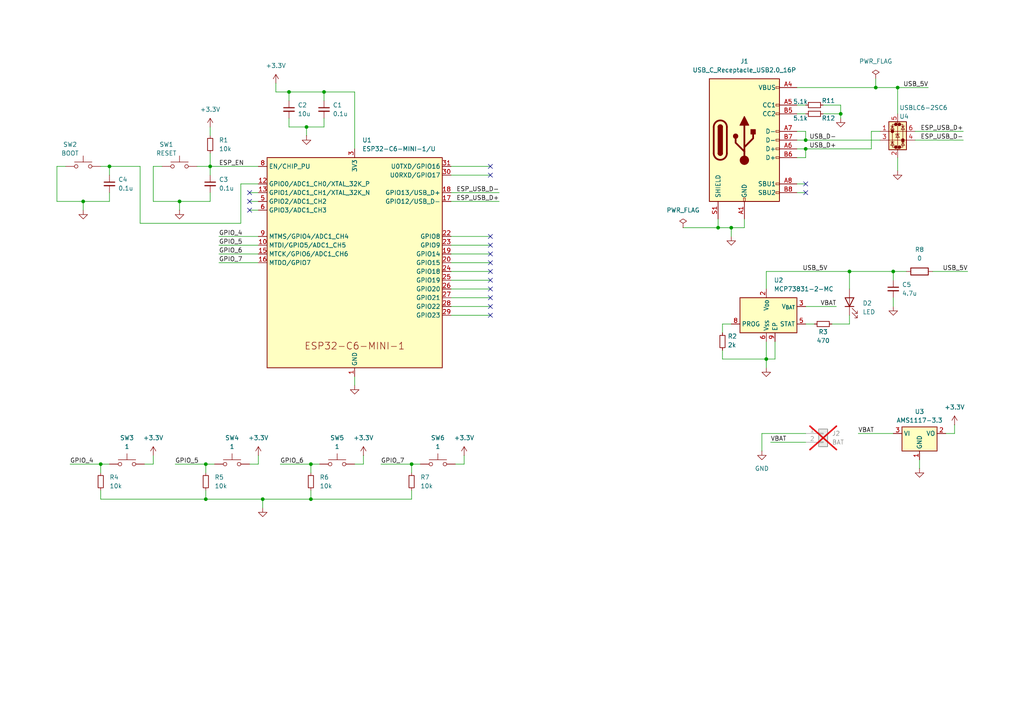
<source format=kicad_sch>
(kicad_sch
	(version 20231120)
	(generator "eeschema")
	(generator_version "8.0")
	(uuid "44e30f08-7b19-4a82-9698-f14567aa744b")
	(paper "A4")
	(lib_symbols
		(symbol "Battery_Management:MCP73831-2-MC"
			(exclude_from_sim no)
			(in_bom yes)
			(on_board yes)
			(property "Reference" "U2"
				(at 2.1941 10.16 0)
				(effects
					(font
						(size 1.27 1.27)
					)
					(justify left)
				)
			)
			(property "Value" "MCP73831-2-MC"
				(at 2.1941 7.62 0)
				(effects
					(font
						(size 1.27 1.27)
					)
					(justify left)
				)
			)
			(property "Footprint" "Package_DFN_QFN:DFN-8-1EP_3x2mm_P0.5mm_EP1.7x1.4mm"
				(at 1.27 -6.35 0)
				(effects
					(font
						(size 1.27 1.27)
						(italic yes)
					)
					(justify left)
					(hide yes)
				)
			)
			(property "Datasheet" "http://ww1.microchip.com/downloads/en/DeviceDoc/20001984g.pdf"
				(at -3.81 -1.27 0)
				(effects
					(font
						(size 1.27 1.27)
					)
					(hide yes)
				)
			)
			(property "Description" "Single cell, Li-Ion/Li-Po charge management controller, 4.20V, Tri-State Status Output, in DFN-8 package"
				(at 0 0 0)
				(effects
					(font
						(size 1.27 1.27)
					)
					(hide yes)
				)
			)
			(property "LCSC" "C635037"
				(at 0 0 0)
				(effects
					(font
						(size 1.27 1.27)
					)
					(hide yes)
				)
			)
			(property "ki_keywords" "battery charger lithium"
				(at 0 0 0)
				(effects
					(font
						(size 1.27 1.27)
					)
					(hide yes)
				)
			)
			(property "ki_fp_filters" "DFN*3x2mm*P0.5mm*EP1.7x1.4mm*"
				(at 0 0 0)
				(effects
					(font
						(size 1.27 1.27)
					)
					(hide yes)
				)
			)
			(symbol "MCP73831-2-MC_0_1"
				(rectangle
					(start -7.62 5.08)
					(end 8.89 -5.08)
					(stroke
						(width 0.254)
						(type default)
					)
					(fill
						(type background)
					)
				)
			)
			(symbol "MCP73831-2-MC_1_1"
				(pin passive line
					(at 0 7.62 270)
					(length 2.54) hide
					(name "V_{DD}"
						(effects
							(font
								(size 1.27 1.27)
							)
						)
					)
					(number "1"
						(effects
							(font
								(size 1.27 1.27)
							)
						)
					)
				)
				(pin power_in line
					(at 0 7.62 270)
					(length 2.54)
					(name "V_{DD}"
						(effects
							(font
								(size 1.27 1.27)
							)
						)
					)
					(number "2"
						(effects
							(font
								(size 1.27 1.27)
							)
						)
					)
				)
				(pin power_out line
					(at 11.43 2.54 180)
					(length 2.54)
					(name "V_{BAT}"
						(effects
							(font
								(size 1.27 1.27)
							)
						)
					)
					(number "3"
						(effects
							(font
								(size 1.27 1.27)
							)
						)
					)
				)
				(pin passive line
					(at 11.43 2.54 180)
					(length 2.54) hide
					(name "V_{BAT}"
						(effects
							(font
								(size 1.27 1.27)
							)
						)
					)
					(number "4"
						(effects
							(font
								(size 1.27 1.27)
							)
						)
					)
				)
				(pin tri_state line
					(at 11.43 -2.54 180)
					(length 2.54)
					(name "STAT"
						(effects
							(font
								(size 1.27 1.27)
							)
						)
					)
					(number "5"
						(effects
							(font
								(size 1.27 1.27)
							)
						)
					)
				)
				(pin power_in line
					(at 0 -7.62 90)
					(length 2.54)
					(name "V_{SS}"
						(effects
							(font
								(size 1.27 1.27)
							)
						)
					)
					(number "6"
						(effects
							(font
								(size 1.27 1.27)
							)
						)
					)
				)
				(pin no_connect line
					(at -7.62 2.54 0)
					(length 2.54) hide
					(name "NC"
						(effects
							(font
								(size 1.27 1.27)
							)
						)
					)
					(number "7"
						(effects
							(font
								(size 1.27 1.27)
							)
						)
					)
				)
				(pin input line
					(at -10.16 -2.54 0)
					(length 2.54)
					(name "PROG"
						(effects
							(font
								(size 1.27 1.27)
							)
						)
					)
					(number "8"
						(effects
							(font
								(size 1.27 1.27)
							)
						)
					)
				)
				(pin input line
					(at 2.54 -7.62 90)
					(length 2.54)
					(name "EP"
						(effects
							(font
								(size 1.27 1.27)
							)
						)
					)
					(number "9"
						(effects
							(font
								(size 1.27 1.27)
							)
						)
					)
				)
			)
		)
		(symbol "Connector_Generic:Conn_01x02"
			(pin_names
				(offset 1.016) hide)
			(exclude_from_sim no)
			(in_bom yes)
			(on_board yes)
			(property "Reference" "J"
				(at 0 2.54 0)
				(effects
					(font
						(size 1.27 1.27)
					)
				)
			)
			(property "Value" "Conn_01x02"
				(at 0 -5.08 0)
				(effects
					(font
						(size 1.27 1.27)
					)
				)
			)
			(property "Footprint" ""
				(at 0 0 0)
				(effects
					(font
						(size 1.27 1.27)
					)
					(hide yes)
				)
			)
			(property "Datasheet" "~"
				(at 0 0 0)
				(effects
					(font
						(size 1.27 1.27)
					)
					(hide yes)
				)
			)
			(property "Description" "Generic connector, single row, 01x02, script generated (kicad-library-utils/schlib/autogen/connector/)"
				(at 0 0 0)
				(effects
					(font
						(size 1.27 1.27)
					)
					(hide yes)
				)
			)
			(property "ki_keywords" "connector"
				(at 0 0 0)
				(effects
					(font
						(size 1.27 1.27)
					)
					(hide yes)
				)
			)
			(property "ki_fp_filters" "Connector*:*_1x??_*"
				(at 0 0 0)
				(effects
					(font
						(size 1.27 1.27)
					)
					(hide yes)
				)
			)
			(symbol "Conn_01x02_1_1"
				(rectangle
					(start -1.27 -2.413)
					(end 0 -2.667)
					(stroke
						(width 0.1524)
						(type default)
					)
					(fill
						(type none)
					)
				)
				(rectangle
					(start -1.27 0.127)
					(end 0 -0.127)
					(stroke
						(width 0.1524)
						(type default)
					)
					(fill
						(type none)
					)
				)
				(rectangle
					(start -1.27 1.27)
					(end 1.27 -3.81)
					(stroke
						(width 0.254)
						(type default)
					)
					(fill
						(type background)
					)
				)
				(pin passive line
					(at -5.08 0 0)
					(length 3.81)
					(name "Pin_1"
						(effects
							(font
								(size 1.27 1.27)
							)
						)
					)
					(number "1"
						(effects
							(font
								(size 1.27 1.27)
							)
						)
					)
				)
				(pin passive line
					(at -5.08 -2.54 0)
					(length 3.81)
					(name "Pin_2"
						(effects
							(font
								(size 1.27 1.27)
							)
						)
					)
					(number "2"
						(effects
							(font
								(size 1.27 1.27)
							)
						)
					)
				)
			)
		)
		(symbol "Device:C_Small"
			(pin_numbers hide)
			(pin_names
				(offset 0.254) hide)
			(exclude_from_sim no)
			(in_bom yes)
			(on_board yes)
			(property "Reference" "C"
				(at 0.254 1.778 0)
				(effects
					(font
						(size 1.27 1.27)
					)
					(justify left)
				)
			)
			(property "Value" "C_Small"
				(at 0.254 -2.032 0)
				(effects
					(font
						(size 1.27 1.27)
					)
					(justify left)
				)
			)
			(property "Footprint" ""
				(at 0 0 0)
				(effects
					(font
						(size 1.27 1.27)
					)
					(hide yes)
				)
			)
			(property "Datasheet" "~"
				(at 0 0 0)
				(effects
					(font
						(size 1.27 1.27)
					)
					(hide yes)
				)
			)
			(property "Description" "Unpolarized capacitor, small symbol"
				(at 0 0 0)
				(effects
					(font
						(size 1.27 1.27)
					)
					(hide yes)
				)
			)
			(property "ki_keywords" "capacitor cap"
				(at 0 0 0)
				(effects
					(font
						(size 1.27 1.27)
					)
					(hide yes)
				)
			)
			(property "ki_fp_filters" "C_*"
				(at 0 0 0)
				(effects
					(font
						(size 1.27 1.27)
					)
					(hide yes)
				)
			)
			(symbol "C_Small_0_1"
				(polyline
					(pts
						(xy -1.524 -0.508) (xy 1.524 -0.508)
					)
					(stroke
						(width 0.3302)
						(type default)
					)
					(fill
						(type none)
					)
				)
				(polyline
					(pts
						(xy -1.524 0.508) (xy 1.524 0.508)
					)
					(stroke
						(width 0.3048)
						(type default)
					)
					(fill
						(type none)
					)
				)
			)
			(symbol "C_Small_1_1"
				(pin passive line
					(at 0 2.54 270)
					(length 2.032)
					(name "~"
						(effects
							(font
								(size 1.27 1.27)
							)
						)
					)
					(number "1"
						(effects
							(font
								(size 1.27 1.27)
							)
						)
					)
				)
				(pin passive line
					(at 0 -2.54 90)
					(length 2.032)
					(name "~"
						(effects
							(font
								(size 1.27 1.27)
							)
						)
					)
					(number "2"
						(effects
							(font
								(size 1.27 1.27)
							)
						)
					)
				)
			)
		)
		(symbol "Device:LED"
			(pin_numbers hide)
			(pin_names
				(offset 1.016) hide)
			(exclude_from_sim no)
			(in_bom yes)
			(on_board yes)
			(property "Reference" "D"
				(at 0 2.54 0)
				(effects
					(font
						(size 1.27 1.27)
					)
				)
			)
			(property "Value" "LED"
				(at 0 -2.54 0)
				(effects
					(font
						(size 1.27 1.27)
					)
				)
			)
			(property "Footprint" ""
				(at 0 0 0)
				(effects
					(font
						(size 1.27 1.27)
					)
					(hide yes)
				)
			)
			(property "Datasheet" "~"
				(at 0 0 0)
				(effects
					(font
						(size 1.27 1.27)
					)
					(hide yes)
				)
			)
			(property "Description" "Light emitting diode"
				(at 0 0 0)
				(effects
					(font
						(size 1.27 1.27)
					)
					(hide yes)
				)
			)
			(property "ki_keywords" "LED diode"
				(at 0 0 0)
				(effects
					(font
						(size 1.27 1.27)
					)
					(hide yes)
				)
			)
			(property "ki_fp_filters" "LED* LED_SMD:* LED_THT:*"
				(at 0 0 0)
				(effects
					(font
						(size 1.27 1.27)
					)
					(hide yes)
				)
			)
			(symbol "LED_0_1"
				(polyline
					(pts
						(xy -1.27 -1.27) (xy -1.27 1.27)
					)
					(stroke
						(width 0.254)
						(type default)
					)
					(fill
						(type none)
					)
				)
				(polyline
					(pts
						(xy -1.27 0) (xy 1.27 0)
					)
					(stroke
						(width 0)
						(type default)
					)
					(fill
						(type none)
					)
				)
				(polyline
					(pts
						(xy 1.27 -1.27) (xy 1.27 1.27) (xy -1.27 0) (xy 1.27 -1.27)
					)
					(stroke
						(width 0.254)
						(type default)
					)
					(fill
						(type none)
					)
				)
				(polyline
					(pts
						(xy -3.048 -0.762) (xy -4.572 -2.286) (xy -3.81 -2.286) (xy -4.572 -2.286) (xy -4.572 -1.524)
					)
					(stroke
						(width 0)
						(type default)
					)
					(fill
						(type none)
					)
				)
				(polyline
					(pts
						(xy -1.778 -0.762) (xy -3.302 -2.286) (xy -2.54 -2.286) (xy -3.302 -2.286) (xy -3.302 -1.524)
					)
					(stroke
						(width 0)
						(type default)
					)
					(fill
						(type none)
					)
				)
			)
			(symbol "LED_1_1"
				(pin passive line
					(at -3.81 0 0)
					(length 2.54)
					(name "K"
						(effects
							(font
								(size 1.27 1.27)
							)
						)
					)
					(number "1"
						(effects
							(font
								(size 1.27 1.27)
							)
						)
					)
				)
				(pin passive line
					(at 3.81 0 180)
					(length 2.54)
					(name "A"
						(effects
							(font
								(size 1.27 1.27)
							)
						)
					)
					(number "2"
						(effects
							(font
								(size 1.27 1.27)
							)
						)
					)
				)
			)
		)
		(symbol "Device:R"
			(pin_numbers hide)
			(pin_names
				(offset 0)
			)
			(exclude_from_sim no)
			(in_bom yes)
			(on_board yes)
			(property "Reference" "R"
				(at 2.032 0 90)
				(effects
					(font
						(size 1.27 1.27)
					)
				)
			)
			(property "Value" "R"
				(at 0 0 90)
				(effects
					(font
						(size 1.27 1.27)
					)
				)
			)
			(property "Footprint" ""
				(at -1.778 0 90)
				(effects
					(font
						(size 1.27 1.27)
					)
					(hide yes)
				)
			)
			(property "Datasheet" "~"
				(at 0 0 0)
				(effects
					(font
						(size 1.27 1.27)
					)
					(hide yes)
				)
			)
			(property "Description" "Resistor"
				(at 0 0 0)
				(effects
					(font
						(size 1.27 1.27)
					)
					(hide yes)
				)
			)
			(property "ki_keywords" "R res resistor"
				(at 0 0 0)
				(effects
					(font
						(size 1.27 1.27)
					)
					(hide yes)
				)
			)
			(property "ki_fp_filters" "R_*"
				(at 0 0 0)
				(effects
					(font
						(size 1.27 1.27)
					)
					(hide yes)
				)
			)
			(symbol "R_0_1"
				(rectangle
					(start -1.016 -2.54)
					(end 1.016 2.54)
					(stroke
						(width 0.254)
						(type default)
					)
					(fill
						(type none)
					)
				)
			)
			(symbol "R_1_1"
				(pin passive line
					(at 0 3.81 270)
					(length 1.27)
					(name "~"
						(effects
							(font
								(size 1.27 1.27)
							)
						)
					)
					(number "1"
						(effects
							(font
								(size 1.27 1.27)
							)
						)
					)
				)
				(pin passive line
					(at 0 -3.81 90)
					(length 1.27)
					(name "~"
						(effects
							(font
								(size 1.27 1.27)
							)
						)
					)
					(number "2"
						(effects
							(font
								(size 1.27 1.27)
							)
						)
					)
				)
			)
		)
		(symbol "Device:R_Small"
			(pin_numbers hide)
			(pin_names
				(offset 0.254) hide)
			(exclude_from_sim no)
			(in_bom yes)
			(on_board yes)
			(property "Reference" "R"
				(at 0.762 0.508 0)
				(effects
					(font
						(size 1.27 1.27)
					)
					(justify left)
				)
			)
			(property "Value" "R_Small"
				(at 0.762 -1.016 0)
				(effects
					(font
						(size 1.27 1.27)
					)
					(justify left)
				)
			)
			(property "Footprint" ""
				(at 0 0 0)
				(effects
					(font
						(size 1.27 1.27)
					)
					(hide yes)
				)
			)
			(property "Datasheet" "~"
				(at 0 0 0)
				(effects
					(font
						(size 1.27 1.27)
					)
					(hide yes)
				)
			)
			(property "Description" "Resistor, small symbol"
				(at 0 0 0)
				(effects
					(font
						(size 1.27 1.27)
					)
					(hide yes)
				)
			)
			(property "ki_keywords" "R resistor"
				(at 0 0 0)
				(effects
					(font
						(size 1.27 1.27)
					)
					(hide yes)
				)
			)
			(property "ki_fp_filters" "R_*"
				(at 0 0 0)
				(effects
					(font
						(size 1.27 1.27)
					)
					(hide yes)
				)
			)
			(symbol "R_Small_0_1"
				(rectangle
					(start -0.762 1.778)
					(end 0.762 -1.778)
					(stroke
						(width 0.2032)
						(type default)
					)
					(fill
						(type none)
					)
				)
			)
			(symbol "R_Small_1_1"
				(pin passive line
					(at 0 2.54 270)
					(length 0.762)
					(name "~"
						(effects
							(font
								(size 1.27 1.27)
							)
						)
					)
					(number "1"
						(effects
							(font
								(size 1.27 1.27)
							)
						)
					)
				)
				(pin passive line
					(at 0 -2.54 90)
					(length 0.762)
					(name "~"
						(effects
							(font
								(size 1.27 1.27)
							)
						)
					)
					(number "2"
						(effects
							(font
								(size 1.27 1.27)
							)
						)
					)
				)
			)
		)
		(symbol "Espressif:ESP32-C6-MINI-1/U"
			(exclude_from_sim no)
			(in_bom yes)
			(on_board yes)
			(property "Reference" "U"
				(at -25.4 35.56 0)
				(effects
					(font
						(size 1.27 1.27)
					)
					(justify left)
				)
			)
			(property "Value" "ESP32-C6-MINI-1/U"
				(at -25.4 33.02 0)
				(effects
					(font
						(size 1.27 1.27)
					)
					(justify left)
				)
			)
			(property "Footprint" "PCM_Espressif:ESP32-C6-MINI-1"
				(at 0 -45.085 0)
				(effects
					(font
						(size 1.27 1.27)
					)
					(hide yes)
				)
			)
			(property "Datasheet" "https://www.espressif.com/sites/default/files/documentation/esp32-c6-mini-1_datasheet_en.pdf"
				(at 0 -48.26 0)
				(effects
					(font
						(size 1.27 1.27)
					)
					(hide yes)
				)
			)
			(property "Description" "ESP32-C6-MINI-1 is a module that supports 2.4 GHz Wi-Fi 6 (802.11 ax), Bluetooth® 5 (LE), Zigbee and Thread (802.15.4)"
				(at 0 0 0)
				(effects
					(font
						(size 1.27 1.27)
					)
					(hide yes)
				)
			)
			(property "ki_keywords" "esp32-c6 esp32-c6-mini-1 esp32-c6-mini-1u"
				(at 0 0 0)
				(effects
					(font
						(size 1.27 1.27)
					)
					(hide yes)
				)
			)
			(symbol "ESP32-C6-MINI-1/U_0_0"
				(text "ESP32-C6-MINI-1"
					(at 0 -24.13 0)
					(effects
						(font
							(size 2 2)
						)
					)
				)
			)
			(symbol "ESP32-C6-MINI-1/U_0_1"
				(rectangle
					(start -25.4 30.48)
					(end 25.4 -30.48)
					(stroke
						(width 0.254)
						(type default)
					)
					(fill
						(type background)
					)
				)
			)
			(symbol "ESP32-C6-MINI-1/U_1_1"
				(pin power_in line
					(at 0 -33.02 90)
					(length 2.54)
					(name "GND"
						(effects
							(font
								(size 1.27 1.27)
							)
						)
					)
					(number "1"
						(effects
							(font
								(size 1.27 1.27)
							)
						)
					)
				)
				(pin bidirectional line
					(at -27.94 5.08 0)
					(length 2.54)
					(name "MTDI/GPIO5/ADC1_CH5"
						(effects
							(font
								(size 1.27 1.27)
							)
						)
					)
					(number "10"
						(effects
							(font
								(size 1.27 1.27)
							)
						)
					)
				)
				(pin passive line
					(at 0 -33.02 90)
					(length 2.54) hide
					(name "GND"
						(effects
							(font
								(size 1.27 1.27)
							)
						)
					)
					(number "11"
						(effects
							(font
								(size 1.27 1.27)
							)
						)
					)
				)
				(pin bidirectional line
					(at -27.94 22.86 0)
					(length 2.54)
					(name "GPIO0/ADC1_CH0/XTAL_32K_P"
						(effects
							(font
								(size 1.27 1.27)
							)
						)
					)
					(number "12"
						(effects
							(font
								(size 1.27 1.27)
							)
						)
					)
				)
				(pin bidirectional line
					(at -27.94 20.32 0)
					(length 2.54)
					(name "GPIO1/ADC1_CH1/XTAL_32K_N"
						(effects
							(font
								(size 1.27 1.27)
							)
						)
					)
					(number "13"
						(effects
							(font
								(size 1.27 1.27)
							)
						)
					)
				)
				(pin passive line
					(at 0 -33.02 90)
					(length 2.54) hide
					(name "GND"
						(effects
							(font
								(size 1.27 1.27)
							)
						)
					)
					(number "14"
						(effects
							(font
								(size 1.27 1.27)
							)
						)
					)
				)
				(pin bidirectional line
					(at -27.94 2.54 0)
					(length 2.54)
					(name "MTCK/GPIO6/ADC1_CH6"
						(effects
							(font
								(size 1.27 1.27)
							)
						)
					)
					(number "15"
						(effects
							(font
								(size 1.27 1.27)
							)
						)
					)
				)
				(pin bidirectional line
					(at -27.94 0 0)
					(length 2.54)
					(name "MTDO/GPIO7"
						(effects
							(font
								(size 1.27 1.27)
							)
						)
					)
					(number "16"
						(effects
							(font
								(size 1.27 1.27)
							)
						)
					)
				)
				(pin bidirectional line
					(at 27.94 17.78 180)
					(length 2.54)
					(name "GPIO12/USB_D-"
						(effects
							(font
								(size 1.27 1.27)
							)
						)
					)
					(number "17"
						(effects
							(font
								(size 1.27 1.27)
							)
						)
					)
				)
				(pin bidirectional line
					(at 27.94 20.32 180)
					(length 2.54)
					(name "GPIO13/USB_D+"
						(effects
							(font
								(size 1.27 1.27)
							)
						)
					)
					(number "18"
						(effects
							(font
								(size 1.27 1.27)
							)
						)
					)
				)
				(pin bidirectional line
					(at 27.94 2.54 180)
					(length 2.54)
					(name "GPIO14"
						(effects
							(font
								(size 1.27 1.27)
							)
						)
					)
					(number "19"
						(effects
							(font
								(size 1.27 1.27)
							)
						)
					)
				)
				(pin passive line
					(at 0 -33.02 90)
					(length 2.54) hide
					(name "GND"
						(effects
							(font
								(size 1.27 1.27)
							)
						)
					)
					(number "2"
						(effects
							(font
								(size 1.27 1.27)
							)
						)
					)
				)
				(pin bidirectional line
					(at 27.94 0 180)
					(length 2.54)
					(name "GPIO15"
						(effects
							(font
								(size 1.27 1.27)
							)
						)
					)
					(number "20"
						(effects
							(font
								(size 1.27 1.27)
							)
						)
					)
				)
				(pin no_connect line
					(at -25.4 -10.16 0)
					(length 2.54) hide
					(name "NC"
						(effects
							(font
								(size 1.27 1.27)
							)
						)
					)
					(number "21"
						(effects
							(font
								(size 1.27 1.27)
							)
						)
					)
				)
				(pin bidirectional line
					(at 27.94 7.62 180)
					(length 2.54)
					(name "GPIO8"
						(effects
							(font
								(size 1.27 1.27)
							)
						)
					)
					(number "22"
						(effects
							(font
								(size 1.27 1.27)
							)
						)
					)
				)
				(pin bidirectional line
					(at 27.94 5.08 180)
					(length 2.54)
					(name "GPIO9"
						(effects
							(font
								(size 1.27 1.27)
							)
						)
					)
					(number "23"
						(effects
							(font
								(size 1.27 1.27)
							)
						)
					)
				)
				(pin bidirectional line
					(at 27.94 -2.54 180)
					(length 2.54)
					(name "GPIO18"
						(effects
							(font
								(size 1.27 1.27)
							)
						)
					)
					(number "24"
						(effects
							(font
								(size 1.27 1.27)
							)
						)
					)
				)
				(pin bidirectional line
					(at 27.94 -5.08 180)
					(length 2.54)
					(name "GPIO19"
						(effects
							(font
								(size 1.27 1.27)
							)
						)
					)
					(number "25"
						(effects
							(font
								(size 1.27 1.27)
							)
						)
					)
				)
				(pin bidirectional line
					(at 27.94 -7.62 180)
					(length 2.54)
					(name "GPIO20"
						(effects
							(font
								(size 1.27 1.27)
							)
						)
					)
					(number "26"
						(effects
							(font
								(size 1.27 1.27)
							)
						)
					)
				)
				(pin bidirectional line
					(at 27.94 -10.16 180)
					(length 2.54)
					(name "GPIO21"
						(effects
							(font
								(size 1.27 1.27)
							)
						)
					)
					(number "27"
						(effects
							(font
								(size 1.27 1.27)
							)
						)
					)
				)
				(pin bidirectional line
					(at 27.94 -12.7 180)
					(length 2.54)
					(name "GPIO22"
						(effects
							(font
								(size 1.27 1.27)
							)
						)
					)
					(number "28"
						(effects
							(font
								(size 1.27 1.27)
							)
						)
					)
				)
				(pin bidirectional line
					(at 27.94 -15.24 180)
					(length 2.54)
					(name "GPIO23"
						(effects
							(font
								(size 1.27 1.27)
							)
						)
					)
					(number "29"
						(effects
							(font
								(size 1.27 1.27)
							)
						)
					)
				)
				(pin power_in line
					(at 0 33.02 270)
					(length 2.54)
					(name "3V3"
						(effects
							(font
								(size 1.27 1.27)
							)
						)
					)
					(number "3"
						(effects
							(font
								(size 1.27 1.27)
							)
						)
					)
				)
				(pin bidirectional line
					(at 27.94 25.4 180)
					(length 2.54)
					(name "U0RXD/GPIO17"
						(effects
							(font
								(size 1.27 1.27)
							)
						)
					)
					(number "30"
						(effects
							(font
								(size 1.27 1.27)
							)
						)
					)
				)
				(pin bidirectional line
					(at 27.94 27.94 180)
					(length 2.54)
					(name "U0TXD/GPIO16"
						(effects
							(font
								(size 1.27 1.27)
							)
						)
					)
					(number "31"
						(effects
							(font
								(size 1.27 1.27)
							)
						)
					)
				)
				(pin no_connect line
					(at -25.4 -12.7 0)
					(length 2.54) hide
					(name "NC"
						(effects
							(font
								(size 1.27 1.27)
							)
						)
					)
					(number "32"
						(effects
							(font
								(size 1.27 1.27)
							)
						)
					)
				)
				(pin no_connect line
					(at -25.4 -15.24 0)
					(length 2.54) hide
					(name "NC"
						(effects
							(font
								(size 1.27 1.27)
							)
						)
					)
					(number "33"
						(effects
							(font
								(size 1.27 1.27)
							)
						)
					)
				)
				(pin no_connect line
					(at -25.4 -17.78 0)
					(length 2.54) hide
					(name "NC"
						(effects
							(font
								(size 1.27 1.27)
							)
						)
					)
					(number "34"
						(effects
							(font
								(size 1.27 1.27)
							)
						)
					)
				)
				(pin no_connect line
					(at -25.4 -20.32 0)
					(length 2.54) hide
					(name "NC"
						(effects
							(font
								(size 1.27 1.27)
							)
						)
					)
					(number "35"
						(effects
							(font
								(size 1.27 1.27)
							)
						)
					)
				)
				(pin passive line
					(at 0 -33.02 90)
					(length 2.54) hide
					(name "GND"
						(effects
							(font
								(size 1.27 1.27)
							)
						)
					)
					(number "36"
						(effects
							(font
								(size 1.27 1.27)
							)
						)
					)
				)
				(pin passive line
					(at 0 -33.02 90)
					(length 2.54) hide
					(name "GND"
						(effects
							(font
								(size 1.27 1.27)
							)
						)
					)
					(number "37"
						(effects
							(font
								(size 1.27 1.27)
							)
						)
					)
				)
				(pin passive line
					(at 0 -33.02 90)
					(length 2.54) hide
					(name "GND"
						(effects
							(font
								(size 1.27 1.27)
							)
						)
					)
					(number "38"
						(effects
							(font
								(size 1.27 1.27)
							)
						)
					)
				)
				(pin passive line
					(at 0 -33.02 90)
					(length 2.54) hide
					(name "GND"
						(effects
							(font
								(size 1.27 1.27)
							)
						)
					)
					(number "39"
						(effects
							(font
								(size 1.27 1.27)
							)
						)
					)
				)
				(pin no_connect line
					(at -25.4 -5.08 0)
					(length 2.54) hide
					(name "NC"
						(effects
							(font
								(size 1.27 1.27)
							)
						)
					)
					(number "4"
						(effects
							(font
								(size 1.27 1.27)
							)
						)
					)
				)
				(pin passive line
					(at 0 -33.02 90)
					(length 2.54) hide
					(name "GND"
						(effects
							(font
								(size 1.27 1.27)
							)
						)
					)
					(number "40"
						(effects
							(font
								(size 1.27 1.27)
							)
						)
					)
				)
				(pin passive line
					(at 0 -33.02 90)
					(length 2.54) hide
					(name "GND"
						(effects
							(font
								(size 1.27 1.27)
							)
						)
					)
					(number "41"
						(effects
							(font
								(size 1.27 1.27)
							)
						)
					)
				)
				(pin passive line
					(at 0 -33.02 90)
					(length 2.54) hide
					(name "GND"
						(effects
							(font
								(size 1.27 1.27)
							)
						)
					)
					(number "42"
						(effects
							(font
								(size 1.27 1.27)
							)
						)
					)
				)
				(pin passive line
					(at 0 -33.02 90)
					(length 2.54) hide
					(name "GND"
						(effects
							(font
								(size 1.27 1.27)
							)
						)
					)
					(number "43"
						(effects
							(font
								(size 1.27 1.27)
							)
						)
					)
				)
				(pin passive line
					(at 0 -33.02 90)
					(length 2.54) hide
					(name "GND"
						(effects
							(font
								(size 1.27 1.27)
							)
						)
					)
					(number "44"
						(effects
							(font
								(size 1.27 1.27)
							)
						)
					)
				)
				(pin passive line
					(at 0 -33.02 90)
					(length 2.54) hide
					(name "GND"
						(effects
							(font
								(size 1.27 1.27)
							)
						)
					)
					(number "45"
						(effects
							(font
								(size 1.27 1.27)
							)
						)
					)
				)
				(pin passive line
					(at 0 -33.02 90)
					(length 2.54) hide
					(name "GND"
						(effects
							(font
								(size 1.27 1.27)
							)
						)
					)
					(number "46"
						(effects
							(font
								(size 1.27 1.27)
							)
						)
					)
				)
				(pin passive line
					(at 0 -33.02 90)
					(length 2.54) hide
					(name "GND"
						(effects
							(font
								(size 1.27 1.27)
							)
						)
					)
					(number "47"
						(effects
							(font
								(size 1.27 1.27)
							)
						)
					)
				)
				(pin passive line
					(at 0 -33.02 90)
					(length 2.54) hide
					(name "GND"
						(effects
							(font
								(size 1.27 1.27)
							)
						)
					)
					(number "48"
						(effects
							(font
								(size 1.27 1.27)
							)
						)
					)
				)
				(pin passive line
					(at 0 -33.02 90)
					(length 2.54) hide
					(name "GND"
						(effects
							(font
								(size 1.27 1.27)
							)
						)
					)
					(number "49"
						(effects
							(font
								(size 1.27 1.27)
							)
						)
					)
				)
				(pin bidirectional line
					(at -27.94 17.78 0)
					(length 2.54)
					(name "GPIO2/ADC1_CH2"
						(effects
							(font
								(size 1.27 1.27)
							)
						)
					)
					(number "5"
						(effects
							(font
								(size 1.27 1.27)
							)
						)
					)
				)
				(pin passive line
					(at 0 -33.02 90)
					(length 2.54) hide
					(name "GND"
						(effects
							(font
								(size 1.27 1.27)
							)
						)
					)
					(number "50"
						(effects
							(font
								(size 1.27 1.27)
							)
						)
					)
				)
				(pin passive line
					(at 0 -33.02 90)
					(length 2.54) hide
					(name "GND"
						(effects
							(font
								(size 1.27 1.27)
							)
						)
					)
					(number "51"
						(effects
							(font
								(size 1.27 1.27)
							)
						)
					)
				)
				(pin passive line
					(at 0 -33.02 90)
					(length 2.54) hide
					(name "GND"
						(effects
							(font
								(size 1.27 1.27)
							)
						)
					)
					(number "52"
						(effects
							(font
								(size 1.27 1.27)
							)
						)
					)
				)
				(pin passive line
					(at 0 -33.02 90)
					(length 2.54) hide
					(name "GND"
						(effects
							(font
								(size 1.27 1.27)
							)
						)
					)
					(number "53"
						(effects
							(font
								(size 1.27 1.27)
							)
						)
					)
				)
				(pin bidirectional line
					(at -27.94 15.24 0)
					(length 2.54)
					(name "GPIO3/ADC1_CH3"
						(effects
							(font
								(size 1.27 1.27)
							)
						)
					)
					(number "6"
						(effects
							(font
								(size 1.27 1.27)
							)
						)
					)
				)
				(pin no_connect line
					(at -25.4 -7.62 0)
					(length 2.54) hide
					(name "NC"
						(effects
							(font
								(size 1.27 1.27)
							)
						)
					)
					(number "7"
						(effects
							(font
								(size 1.27 1.27)
							)
						)
					)
				)
				(pin input line
					(at -27.94 27.94 0)
					(length 2.54)
					(name "EN/CHIP_PU"
						(effects
							(font
								(size 1.27 1.27)
							)
						)
					)
					(number "8"
						(effects
							(font
								(size 1.27 1.27)
							)
						)
					)
				)
				(pin bidirectional line
					(at -27.94 7.62 0)
					(length 2.54)
					(name "MTMS/GPIO4/ADC1_CH4"
						(effects
							(font
								(size 1.27 1.27)
							)
						)
					)
					(number "9"
						(effects
							(font
								(size 1.27 1.27)
							)
						)
					)
				)
			)
		)
		(symbol "Power_Protection:USBLC6-2SC6"
			(pin_names hide)
			(exclude_from_sim no)
			(in_bom yes)
			(on_board yes)
			(property "Reference" "U"
				(at 0.635 5.715 0)
				(effects
					(font
						(size 1.27 1.27)
					)
					(justify left)
				)
			)
			(property "Value" "USBLC6-2SC6"
				(at 0.635 3.81 0)
				(effects
					(font
						(size 1.27 1.27)
					)
					(justify left)
				)
			)
			(property "Footprint" "Package_TO_SOT_SMD:SOT-23-6"
				(at 1.27 -6.35 0)
				(effects
					(font
						(size 1.27 1.27)
						(italic yes)
					)
					(justify left)
					(hide yes)
				)
			)
			(property "Datasheet" "https://www.st.com/resource/en/datasheet/usblc6-2.pdf"
				(at 1.27 -8.255 0)
				(effects
					(font
						(size 1.27 1.27)
					)
					(justify left)
					(hide yes)
				)
			)
			(property "Description" "Very low capacitance ESD protection diode, 2 data-line, SOT-23-6"
				(at 0 0 0)
				(effects
					(font
						(size 1.27 1.27)
					)
					(hide yes)
				)
			)
			(property "ki_keywords" "usb ethernet video"
				(at 0 0 0)
				(effects
					(font
						(size 1.27 1.27)
					)
					(hide yes)
				)
			)
			(property "ki_fp_filters" "SOT?23*"
				(at 0 0 0)
				(effects
					(font
						(size 1.27 1.27)
					)
					(hide yes)
				)
			)
			(symbol "USBLC6-2SC6_0_0"
				(circle
					(center -1.524 0)
					(radius 0.0001)
					(stroke
						(width 0.508)
						(type default)
					)
					(fill
						(type none)
					)
				)
				(circle
					(center -0.508 -4.572)
					(radius 0.0001)
					(stroke
						(width 0.508)
						(type default)
					)
					(fill
						(type none)
					)
				)
				(circle
					(center -0.508 2.032)
					(radius 0.0001)
					(stroke
						(width 0.508)
						(type default)
					)
					(fill
						(type none)
					)
				)
				(circle
					(center 0.508 -4.572)
					(radius 0.0001)
					(stroke
						(width 0.508)
						(type default)
					)
					(fill
						(type none)
					)
				)
				(circle
					(center 0.508 2.032)
					(radius 0.0001)
					(stroke
						(width 0.508)
						(type default)
					)
					(fill
						(type none)
					)
				)
				(circle
					(center 1.524 -2.54)
					(radius 0.0001)
					(stroke
						(width 0.508)
						(type default)
					)
					(fill
						(type none)
					)
				)
			)
			(symbol "USBLC6-2SC6_0_1"
				(polyline
					(pts
						(xy -2.54 -2.54) (xy 2.54 -2.54)
					)
					(stroke
						(width 0)
						(type default)
					)
					(fill
						(type none)
					)
				)
				(polyline
					(pts
						(xy -2.54 0) (xy 2.54 0)
					)
					(stroke
						(width 0)
						(type default)
					)
					(fill
						(type none)
					)
				)
				(polyline
					(pts
						(xy -2.032 -3.048) (xy -1.016 -3.048)
					)
					(stroke
						(width 0)
						(type default)
					)
					(fill
						(type none)
					)
				)
				(polyline
					(pts
						(xy -1.016 1.524) (xy -2.032 1.524)
					)
					(stroke
						(width 0)
						(type default)
					)
					(fill
						(type none)
					)
				)
				(polyline
					(pts
						(xy 1.016 -3.048) (xy 2.032 -3.048)
					)
					(stroke
						(width 0)
						(type default)
					)
					(fill
						(type none)
					)
				)
				(polyline
					(pts
						(xy 1.016 1.524) (xy 2.032 1.524)
					)
					(stroke
						(width 0)
						(type default)
					)
					(fill
						(type none)
					)
				)
				(polyline
					(pts
						(xy -0.508 -1.143) (xy -0.508 -0.762) (xy 0.508 -0.762)
					)
					(stroke
						(width 0)
						(type default)
					)
					(fill
						(type none)
					)
				)
				(polyline
					(pts
						(xy -2.032 0.508) (xy -1.016 0.508) (xy -1.524 1.524) (xy -2.032 0.508)
					)
					(stroke
						(width 0)
						(type default)
					)
					(fill
						(type none)
					)
				)
				(polyline
					(pts
						(xy -1.016 -4.064) (xy -2.032 -4.064) (xy -1.524 -3.048) (xy -1.016 -4.064)
					)
					(stroke
						(width 0)
						(type default)
					)
					(fill
						(type none)
					)
				)
				(polyline
					(pts
						(xy 0.508 -1.778) (xy -0.508 -1.778) (xy 0 -0.762) (xy 0.508 -1.778)
					)
					(stroke
						(width 0)
						(type default)
					)
					(fill
						(type none)
					)
				)
				(polyline
					(pts
						(xy 2.032 -4.064) (xy 1.016 -4.064) (xy 1.524 -3.048) (xy 2.032 -4.064)
					)
					(stroke
						(width 0)
						(type default)
					)
					(fill
						(type none)
					)
				)
				(polyline
					(pts
						(xy 2.032 0.508) (xy 1.016 0.508) (xy 1.524 1.524) (xy 2.032 0.508)
					)
					(stroke
						(width 0)
						(type default)
					)
					(fill
						(type none)
					)
				)
				(polyline
					(pts
						(xy 0 2.54) (xy -0.508 2.032) (xy 0.508 2.032) (xy 0 1.524) (xy 0 -4.064) (xy -0.508 -4.572) (xy 0.508 -4.572)
						(xy 0 -5.08)
					)
					(stroke
						(width 0)
						(type default)
					)
					(fill
						(type none)
					)
				)
			)
			(symbol "USBLC6-2SC6_1_1"
				(rectangle
					(start -2.54 2.794)
					(end 2.54 -5.334)
					(stroke
						(width 0.254)
						(type default)
					)
					(fill
						(type background)
					)
				)
				(polyline
					(pts
						(xy -0.508 2.032) (xy -1.524 2.032) (xy -1.524 -4.572) (xy -0.508 -4.572)
					)
					(stroke
						(width 0)
						(type default)
					)
					(fill
						(type none)
					)
				)
				(polyline
					(pts
						(xy 0.508 -4.572) (xy 1.524 -4.572) (xy 1.524 2.032) (xy 0.508 2.032)
					)
					(stroke
						(width 0)
						(type default)
					)
					(fill
						(type none)
					)
				)
				(pin passive line
					(at -5.08 0 0)
					(length 2.54)
					(name "I/O1"
						(effects
							(font
								(size 1.27 1.27)
							)
						)
					)
					(number "1"
						(effects
							(font
								(size 1.27 1.27)
							)
						)
					)
				)
				(pin passive line
					(at 0 -7.62 90)
					(length 2.54)
					(name "GND"
						(effects
							(font
								(size 1.27 1.27)
							)
						)
					)
					(number "2"
						(effects
							(font
								(size 1.27 1.27)
							)
						)
					)
				)
				(pin passive line
					(at -5.08 -2.54 0)
					(length 2.54)
					(name "I/O2"
						(effects
							(font
								(size 1.27 1.27)
							)
						)
					)
					(number "3"
						(effects
							(font
								(size 1.27 1.27)
							)
						)
					)
				)
				(pin passive line
					(at 5.08 -2.54 180)
					(length 2.54)
					(name "I/O2"
						(effects
							(font
								(size 1.27 1.27)
							)
						)
					)
					(number "4"
						(effects
							(font
								(size 1.27 1.27)
							)
						)
					)
				)
				(pin passive line
					(at 0 5.08 270)
					(length 2.54)
					(name "VBUS"
						(effects
							(font
								(size 1.27 1.27)
							)
						)
					)
					(number "5"
						(effects
							(font
								(size 1.27 1.27)
							)
						)
					)
				)
				(pin passive line
					(at 5.08 0 180)
					(length 2.54)
					(name "I/O1"
						(effects
							(font
								(size 1.27 1.27)
							)
						)
					)
					(number "6"
						(effects
							(font
								(size 1.27 1.27)
							)
						)
					)
				)
			)
		)
		(symbol "Regulator_Linear:AMS1117-3.3"
			(exclude_from_sim no)
			(in_bom yes)
			(on_board yes)
			(property "Reference" "U"
				(at -3.81 3.175 0)
				(effects
					(font
						(size 1.27 1.27)
					)
				)
			)
			(property "Value" "AMS1117-3.3"
				(at 0 3.175 0)
				(effects
					(font
						(size 1.27 1.27)
					)
					(justify left)
				)
			)
			(property "Footprint" "Package_TO_SOT_SMD:SOT-223-3_TabPin2"
				(at 0 5.08 0)
				(effects
					(font
						(size 1.27 1.27)
					)
					(hide yes)
				)
			)
			(property "Datasheet" "http://www.advanced-monolithic.com/pdf/ds1117.pdf"
				(at 2.54 -6.35 0)
				(effects
					(font
						(size 1.27 1.27)
					)
					(hide yes)
				)
			)
			(property "Description" "1A Low Dropout regulator, positive, 3.3V fixed output, SOT-223"
				(at 0 0 0)
				(effects
					(font
						(size 1.27 1.27)
					)
					(hide yes)
				)
			)
			(property "ki_keywords" "linear regulator ldo fixed positive"
				(at 0 0 0)
				(effects
					(font
						(size 1.27 1.27)
					)
					(hide yes)
				)
			)
			(property "ki_fp_filters" "SOT?223*TabPin2*"
				(at 0 0 0)
				(effects
					(font
						(size 1.27 1.27)
					)
					(hide yes)
				)
			)
			(symbol "AMS1117-3.3_0_1"
				(rectangle
					(start -5.08 -5.08)
					(end 5.08 1.905)
					(stroke
						(width 0.254)
						(type default)
					)
					(fill
						(type background)
					)
				)
			)
			(symbol "AMS1117-3.3_1_1"
				(pin power_in line
					(at 0 -7.62 90)
					(length 2.54)
					(name "GND"
						(effects
							(font
								(size 1.27 1.27)
							)
						)
					)
					(number "1"
						(effects
							(font
								(size 1.27 1.27)
							)
						)
					)
				)
				(pin power_out line
					(at 7.62 0 180)
					(length 2.54)
					(name "VO"
						(effects
							(font
								(size 1.27 1.27)
							)
						)
					)
					(number "2"
						(effects
							(font
								(size 1.27 1.27)
							)
						)
					)
				)
				(pin power_in line
					(at -7.62 0 0)
					(length 2.54)
					(name "VI"
						(effects
							(font
								(size 1.27 1.27)
							)
						)
					)
					(number "3"
						(effects
							(font
								(size 1.27 1.27)
							)
						)
					)
				)
			)
		)
		(symbol "Switch:SW_Push"
			(pin_numbers hide)
			(pin_names
				(offset 1.016) hide)
			(exclude_from_sim no)
			(in_bom yes)
			(on_board yes)
			(property "Reference" "SW"
				(at 1.27 2.54 0)
				(effects
					(font
						(size 1.27 1.27)
					)
					(justify left)
				)
			)
			(property "Value" "SW_Push"
				(at 0 -1.524 0)
				(effects
					(font
						(size 1.27 1.27)
					)
				)
			)
			(property "Footprint" ""
				(at 0 5.08 0)
				(effects
					(font
						(size 1.27 1.27)
					)
					(hide yes)
				)
			)
			(property "Datasheet" "~"
				(at 0 5.08 0)
				(effects
					(font
						(size 1.27 1.27)
					)
					(hide yes)
				)
			)
			(property "Description" "Push button switch, generic, two pins"
				(at 0 0 0)
				(effects
					(font
						(size 1.27 1.27)
					)
					(hide yes)
				)
			)
			(property "ki_keywords" "switch normally-open pushbutton push-button"
				(at 0 0 0)
				(effects
					(font
						(size 1.27 1.27)
					)
					(hide yes)
				)
			)
			(symbol "SW_Push_0_1"
				(circle
					(center -2.032 0)
					(radius 0.508)
					(stroke
						(width 0)
						(type default)
					)
					(fill
						(type none)
					)
				)
				(polyline
					(pts
						(xy 0 1.27) (xy 0 3.048)
					)
					(stroke
						(width 0)
						(type default)
					)
					(fill
						(type none)
					)
				)
				(polyline
					(pts
						(xy 2.54 1.27) (xy -2.54 1.27)
					)
					(stroke
						(width 0)
						(type default)
					)
					(fill
						(type none)
					)
				)
				(circle
					(center 2.032 0)
					(radius 0.508)
					(stroke
						(width 0)
						(type default)
					)
					(fill
						(type none)
					)
				)
				(pin passive line
					(at -5.08 0 0)
					(length 2.54)
					(name "1"
						(effects
							(font
								(size 1.27 1.27)
							)
						)
					)
					(number "1"
						(effects
							(font
								(size 1.27 1.27)
							)
						)
					)
				)
				(pin passive line
					(at 5.08 0 180)
					(length 2.54)
					(name "2"
						(effects
							(font
								(size 1.27 1.27)
							)
						)
					)
					(number "2"
						(effects
							(font
								(size 1.27 1.27)
							)
						)
					)
				)
			)
		)
		(symbol "USB_C_Receptacle_USB2.0_16P_1"
			(pin_names
				(offset 1.016)
			)
			(exclude_from_sim no)
			(in_bom yes)
			(on_board yes)
			(property "Reference" "J"
				(at 0 22.225 0)
				(effects
					(font
						(size 1.27 1.27)
					)
				)
			)
			(property "Value" "USB_C_Receptacle_USB2.0_16P"
				(at 0 19.685 0)
				(effects
					(font
						(size 1.27 1.27)
					)
				)
			)
			(property "Footprint" ""
				(at 3.81 0 0)
				(effects
					(font
						(size 1.27 1.27)
					)
					(hide yes)
				)
			)
			(property "Datasheet" "https://www.usb.org/sites/default/files/documents/usb_type-c.zip"
				(at 3.81 0 0)
				(effects
					(font
						(size 1.27 1.27)
					)
					(hide yes)
				)
			)
			(property "Description" "USB 2.0-only 16P Type-C Receptacle connector"
				(at 0 0 0)
				(effects
					(font
						(size 1.27 1.27)
					)
					(hide yes)
				)
			)
			(property "ki_keywords" "usb universal serial bus type-C USB2.0"
				(at 0 0 0)
				(effects
					(font
						(size 1.27 1.27)
					)
					(hide yes)
				)
			)
			(property "ki_fp_filters" "USB*C*Receptacle*"
				(at 0 0 0)
				(effects
					(font
						(size 1.27 1.27)
					)
					(hide yes)
				)
			)
			(symbol "USB_C_Receptacle_USB2.0_16P_1_0_0"
				(rectangle
					(start -0.254 -17.78)
					(end 0.254 -16.764)
					(stroke
						(width 0)
						(type default)
					)
					(fill
						(type none)
					)
				)
				(rectangle
					(start 10.16 -14.986)
					(end 9.144 -15.494)
					(stroke
						(width 0)
						(type default)
					)
					(fill
						(type none)
					)
				)
				(rectangle
					(start 10.16 -12.446)
					(end 9.144 -12.954)
					(stroke
						(width 0)
						(type default)
					)
					(fill
						(type none)
					)
				)
				(rectangle
					(start 10.16 -4.826)
					(end 9.144 -5.334)
					(stroke
						(width 0)
						(type default)
					)
					(fill
						(type none)
					)
				)
				(rectangle
					(start 10.16 -2.286)
					(end 9.144 -2.794)
					(stroke
						(width 0)
						(type default)
					)
					(fill
						(type none)
					)
				)
				(rectangle
					(start 10.16 0.254)
					(end 9.144 -0.254)
					(stroke
						(width 0)
						(type default)
					)
					(fill
						(type none)
					)
				)
				(rectangle
					(start 10.16 2.794)
					(end 9.144 2.286)
					(stroke
						(width 0)
						(type default)
					)
					(fill
						(type none)
					)
				)
				(rectangle
					(start 10.16 7.874)
					(end 9.144 7.366)
					(stroke
						(width 0)
						(type default)
					)
					(fill
						(type none)
					)
				)
				(rectangle
					(start 10.16 10.414)
					(end 9.144 9.906)
					(stroke
						(width 0)
						(type default)
					)
					(fill
						(type none)
					)
				)
				(rectangle
					(start 10.16 15.494)
					(end 9.144 14.986)
					(stroke
						(width 0)
						(type default)
					)
					(fill
						(type none)
					)
				)
			)
			(symbol "USB_C_Receptacle_USB2.0_16P_1_0_1"
				(rectangle
					(start -10.16 17.78)
					(end 10.16 -17.78)
					(stroke
						(width 0.254)
						(type default)
					)
					(fill
						(type background)
					)
				)
				(arc
					(start -8.89 -3.81)
					(mid -6.985 -5.7067)
					(end -5.08 -3.81)
					(stroke
						(width 0.508)
						(type default)
					)
					(fill
						(type none)
					)
				)
				(arc
					(start -7.62 -3.81)
					(mid -6.985 -4.4423)
					(end -6.35 -3.81)
					(stroke
						(width 0.254)
						(type default)
					)
					(fill
						(type none)
					)
				)
				(arc
					(start -7.62 -3.81)
					(mid -6.985 -4.4423)
					(end -6.35 -3.81)
					(stroke
						(width 0.254)
						(type default)
					)
					(fill
						(type outline)
					)
				)
				(rectangle
					(start -7.62 -3.81)
					(end -6.35 3.81)
					(stroke
						(width 0.254)
						(type default)
					)
					(fill
						(type outline)
					)
				)
				(arc
					(start -6.35 3.81)
					(mid -6.985 4.4423)
					(end -7.62 3.81)
					(stroke
						(width 0.254)
						(type default)
					)
					(fill
						(type none)
					)
				)
				(arc
					(start -6.35 3.81)
					(mid -6.985 4.4423)
					(end -7.62 3.81)
					(stroke
						(width 0.254)
						(type default)
					)
					(fill
						(type outline)
					)
				)
				(arc
					(start -5.08 3.81)
					(mid -6.985 5.7067)
					(end -8.89 3.81)
					(stroke
						(width 0.508)
						(type default)
					)
					(fill
						(type none)
					)
				)
				(circle
					(center -2.54 1.143)
					(radius 0.635)
					(stroke
						(width 0.254)
						(type default)
					)
					(fill
						(type outline)
					)
				)
				(circle
					(center 0 -5.842)
					(radius 1.27)
					(stroke
						(width 0)
						(type default)
					)
					(fill
						(type outline)
					)
				)
				(polyline
					(pts
						(xy -8.89 -3.81) (xy -8.89 3.81)
					)
					(stroke
						(width 0.508)
						(type default)
					)
					(fill
						(type none)
					)
				)
				(polyline
					(pts
						(xy -5.08 3.81) (xy -5.08 -3.81)
					)
					(stroke
						(width 0.508)
						(type default)
					)
					(fill
						(type none)
					)
				)
				(polyline
					(pts
						(xy 0 -5.842) (xy 0 4.318)
					)
					(stroke
						(width 0.508)
						(type default)
					)
					(fill
						(type none)
					)
				)
				(polyline
					(pts
						(xy 0 -3.302) (xy -2.54 -0.762) (xy -2.54 0.508)
					)
					(stroke
						(width 0.508)
						(type default)
					)
					(fill
						(type none)
					)
				)
				(polyline
					(pts
						(xy 0 -2.032) (xy 2.54 0.508) (xy 2.54 1.778)
					)
					(stroke
						(width 0.508)
						(type default)
					)
					(fill
						(type none)
					)
				)
				(polyline
					(pts
						(xy -1.27 4.318) (xy 0 6.858) (xy 1.27 4.318) (xy -1.27 4.318)
					)
					(stroke
						(width 0.254)
						(type default)
					)
					(fill
						(type outline)
					)
				)
				(rectangle
					(start 1.905 1.778)
					(end 3.175 3.048)
					(stroke
						(width 0.254)
						(type default)
					)
					(fill
						(type outline)
					)
				)
			)
			(symbol "USB_C_Receptacle_USB2.0_16P_1_1_1"
				(pin passive line
					(at 0 -22.86 90)
					(length 5.08)
					(name "GND"
						(effects
							(font
								(size 1.27 1.27)
							)
						)
					)
					(number "A1"
						(effects
							(font
								(size 1.27 1.27)
							)
						)
					)
				)
				(pin passive line
					(at 0 -22.86 90)
					(length 5.08) hide
					(name "GND"
						(effects
							(font
								(size 1.27 1.27)
							)
						)
					)
					(number "A12"
						(effects
							(font
								(size 1.27 1.27)
							)
						)
					)
				)
				(pin passive line
					(at 15.24 15.24 180)
					(length 5.08)
					(name "VBUS"
						(effects
							(font
								(size 1.27 1.27)
							)
						)
					)
					(number "A4"
						(effects
							(font
								(size 1.27 1.27)
							)
						)
					)
				)
				(pin bidirectional line
					(at 15.24 10.16 180)
					(length 5.08)
					(name "CC1"
						(effects
							(font
								(size 1.27 1.27)
							)
						)
					)
					(number "A5"
						(effects
							(font
								(size 1.27 1.27)
							)
						)
					)
				)
				(pin bidirectional line
					(at 15.24 -2.54 180)
					(length 5.08)
					(name "D+"
						(effects
							(font
								(size 1.27 1.27)
							)
						)
					)
					(number "A6"
						(effects
							(font
								(size 1.27 1.27)
							)
						)
					)
				)
				(pin bidirectional line
					(at 15.24 2.54 180)
					(length 5.08)
					(name "D-"
						(effects
							(font
								(size 1.27 1.27)
							)
						)
					)
					(number "A7"
						(effects
							(font
								(size 1.27 1.27)
							)
						)
					)
				)
				(pin bidirectional line
					(at 15.24 -12.7 180)
					(length 5.08)
					(name "SBU1"
						(effects
							(font
								(size 1.27 1.27)
							)
						)
					)
					(number "A8"
						(effects
							(font
								(size 1.27 1.27)
							)
						)
					)
				)
				(pin passive line
					(at 15.24 15.24 180)
					(length 5.08) hide
					(name "VBUS"
						(effects
							(font
								(size 1.27 1.27)
							)
						)
					)
					(number "A9"
						(effects
							(font
								(size 1.27 1.27)
							)
						)
					)
				)
				(pin passive line
					(at 0 -22.86 90)
					(length 5.08) hide
					(name "GND"
						(effects
							(font
								(size 1.27 1.27)
							)
						)
					)
					(number "B1"
						(effects
							(font
								(size 1.27 1.27)
							)
						)
					)
				)
				(pin passive line
					(at 0 -22.86 90)
					(length 5.08) hide
					(name "GND"
						(effects
							(font
								(size 1.27 1.27)
							)
						)
					)
					(number "B12"
						(effects
							(font
								(size 1.27 1.27)
							)
						)
					)
				)
				(pin passive line
					(at 15.24 15.24 180)
					(length 5.08) hide
					(name "VBUS"
						(effects
							(font
								(size 1.27 1.27)
							)
						)
					)
					(number "B4"
						(effects
							(font
								(size 1.27 1.27)
							)
						)
					)
				)
				(pin bidirectional line
					(at 15.24 7.62 180)
					(length 5.08)
					(name "CC2"
						(effects
							(font
								(size 1.27 1.27)
							)
						)
					)
					(number "B5"
						(effects
							(font
								(size 1.27 1.27)
							)
						)
					)
				)
				(pin bidirectional line
					(at 15.24 -5.08 180)
					(length 5.08)
					(name "D+"
						(effects
							(font
								(size 1.27 1.27)
							)
						)
					)
					(number "B6"
						(effects
							(font
								(size 1.27 1.27)
							)
						)
					)
				)
				(pin bidirectional line
					(at 15.24 0 180)
					(length 5.08)
					(name "D-"
						(effects
							(font
								(size 1.27 1.27)
							)
						)
					)
					(number "B7"
						(effects
							(font
								(size 1.27 1.27)
							)
						)
					)
				)
				(pin bidirectional line
					(at 15.24 -15.24 180)
					(length 5.08)
					(name "SBU2"
						(effects
							(font
								(size 1.27 1.27)
							)
						)
					)
					(number "B8"
						(effects
							(font
								(size 1.27 1.27)
							)
						)
					)
				)
				(pin passive line
					(at 15.24 15.24 180)
					(length 5.08) hide
					(name "VBUS"
						(effects
							(font
								(size 1.27 1.27)
							)
						)
					)
					(number "B9"
						(effects
							(font
								(size 1.27 1.27)
							)
						)
					)
				)
				(pin passive line
					(at -7.62 -22.86 90)
					(length 5.08)
					(name "SHIELD"
						(effects
							(font
								(size 1.27 1.27)
							)
						)
					)
					(number "S1"
						(effects
							(font
								(size 1.27 1.27)
							)
						)
					)
				)
			)
		)
		(symbol "power:+3.3V"
			(power)
			(pin_numbers hide)
			(pin_names
				(offset 0) hide)
			(exclude_from_sim no)
			(in_bom yes)
			(on_board yes)
			(property "Reference" "#PWR"
				(at 0 -3.81 0)
				(effects
					(font
						(size 1.27 1.27)
					)
					(hide yes)
				)
			)
			(property "Value" "+3.3V"
				(at 0 3.556 0)
				(effects
					(font
						(size 1.27 1.27)
					)
				)
			)
			(property "Footprint" ""
				(at 0 0 0)
				(effects
					(font
						(size 1.27 1.27)
					)
					(hide yes)
				)
			)
			(property "Datasheet" ""
				(at 0 0 0)
				(effects
					(font
						(size 1.27 1.27)
					)
					(hide yes)
				)
			)
			(property "Description" "Power symbol creates a global label with name \"+3.3V\""
				(at 0 0 0)
				(effects
					(font
						(size 1.27 1.27)
					)
					(hide yes)
				)
			)
			(property "ki_keywords" "global power"
				(at 0 0 0)
				(effects
					(font
						(size 1.27 1.27)
					)
					(hide yes)
				)
			)
			(symbol "+3.3V_0_1"
				(polyline
					(pts
						(xy -0.762 1.27) (xy 0 2.54)
					)
					(stroke
						(width 0)
						(type default)
					)
					(fill
						(type none)
					)
				)
				(polyline
					(pts
						(xy 0 0) (xy 0 2.54)
					)
					(stroke
						(width 0)
						(type default)
					)
					(fill
						(type none)
					)
				)
				(polyline
					(pts
						(xy 0 2.54) (xy 0.762 1.27)
					)
					(stroke
						(width 0)
						(type default)
					)
					(fill
						(type none)
					)
				)
			)
			(symbol "+3.3V_1_1"
				(pin power_in line
					(at 0 0 90)
					(length 0)
					(name "~"
						(effects
							(font
								(size 1.27 1.27)
							)
						)
					)
					(number "1"
						(effects
							(font
								(size 1.27 1.27)
							)
						)
					)
				)
			)
		)
		(symbol "power:GND"
			(power)
			(pin_numbers hide)
			(pin_names
				(offset 0) hide)
			(exclude_from_sim no)
			(in_bom yes)
			(on_board yes)
			(property "Reference" "#PWR"
				(at 0 -6.35 0)
				(effects
					(font
						(size 1.27 1.27)
					)
					(hide yes)
				)
			)
			(property "Value" "GND"
				(at 0 -3.81 0)
				(effects
					(font
						(size 1.27 1.27)
					)
				)
			)
			(property "Footprint" ""
				(at 0 0 0)
				(effects
					(font
						(size 1.27 1.27)
					)
					(hide yes)
				)
			)
			(property "Datasheet" ""
				(at 0 0 0)
				(effects
					(font
						(size 1.27 1.27)
					)
					(hide yes)
				)
			)
			(property "Description" "Power symbol creates a global label with name \"GND\" , ground"
				(at 0 0 0)
				(effects
					(font
						(size 1.27 1.27)
					)
					(hide yes)
				)
			)
			(property "ki_keywords" "global power"
				(at 0 0 0)
				(effects
					(font
						(size 1.27 1.27)
					)
					(hide yes)
				)
			)
			(symbol "GND_0_1"
				(polyline
					(pts
						(xy 0 0) (xy 0 -1.27) (xy 1.27 -1.27) (xy 0 -2.54) (xy -1.27 -1.27) (xy 0 -1.27)
					)
					(stroke
						(width 0)
						(type default)
					)
					(fill
						(type none)
					)
				)
			)
			(symbol "GND_1_1"
				(pin power_in line
					(at 0 0 270)
					(length 0)
					(name "~"
						(effects
							(font
								(size 1.27 1.27)
							)
						)
					)
					(number "1"
						(effects
							(font
								(size 1.27 1.27)
							)
						)
					)
				)
			)
		)
		(symbol "power:PWR_FLAG"
			(power)
			(pin_numbers hide)
			(pin_names
				(offset 0) hide)
			(exclude_from_sim no)
			(in_bom yes)
			(on_board yes)
			(property "Reference" "#FLG"
				(at 0 1.905 0)
				(effects
					(font
						(size 1.27 1.27)
					)
					(hide yes)
				)
			)
			(property "Value" "PWR_FLAG"
				(at 0 3.81 0)
				(effects
					(font
						(size 1.27 1.27)
					)
				)
			)
			(property "Footprint" ""
				(at 0 0 0)
				(effects
					(font
						(size 1.27 1.27)
					)
					(hide yes)
				)
			)
			(property "Datasheet" "~"
				(at 0 0 0)
				(effects
					(font
						(size 1.27 1.27)
					)
					(hide yes)
				)
			)
			(property "Description" "Special symbol for telling ERC where power comes from"
				(at 0 0 0)
				(effects
					(font
						(size 1.27 1.27)
					)
					(hide yes)
				)
			)
			(property "ki_keywords" "flag power"
				(at 0 0 0)
				(effects
					(font
						(size 1.27 1.27)
					)
					(hide yes)
				)
			)
			(symbol "PWR_FLAG_0_0"
				(pin power_out line
					(at 0 0 90)
					(length 0)
					(name "~"
						(effects
							(font
								(size 1.27 1.27)
							)
						)
					)
					(number "1"
						(effects
							(font
								(size 1.27 1.27)
							)
						)
					)
				)
			)
			(symbol "PWR_FLAG_0_1"
				(polyline
					(pts
						(xy 0 0) (xy 0 1.27) (xy -1.016 1.905) (xy 0 2.54) (xy 1.016 1.905) (xy 0 1.27)
					)
					(stroke
						(width 0)
						(type default)
					)
					(fill
						(type none)
					)
				)
			)
		)
	)
	(junction
		(at 259.08 78.74)
		(diameter 0)
		(color 0 0 0 0)
		(uuid "07c37a23-d2d5-4d9f-8665-eae1d6e2e14e")
	)
	(junction
		(at 233.68 43.18)
		(diameter 0)
		(color 0 0 0 0)
		(uuid "0b00ddb7-2f47-4156-8751-4bcabac09ff0")
	)
	(junction
		(at 208.28 66.04)
		(diameter 0)
		(color 0 0 0 0)
		(uuid "0e0971d3-288f-4c7f-b898-214e48c4874a")
	)
	(junction
		(at 90.17 144.78)
		(diameter 0)
		(color 0 0 0 0)
		(uuid "28ceb985-c82f-49bf-b633-01555199c377")
	)
	(junction
		(at 93.98 26.67)
		(diameter 0)
		(color 0 0 0 0)
		(uuid "3553fcdd-7b73-4a04-94c3-ff3bec7ce495")
	)
	(junction
		(at 90.17 134.62)
		(diameter 0)
		(color 0 0 0 0)
		(uuid "373799a4-ae66-4924-8ffa-0851033f8be4")
	)
	(junction
		(at 76.2 144.78)
		(diameter 0)
		(color 0 0 0 0)
		(uuid "636e7013-7070-48a7-a60a-39cbc6a1af87")
	)
	(junction
		(at 24.13 58.42)
		(diameter 0)
		(color 0 0 0 0)
		(uuid "68bdad5d-f06b-4487-b305-be376a99fdb3")
	)
	(junction
		(at 29.21 134.62)
		(diameter 0)
		(color 0 0 0 0)
		(uuid "69a7c87f-4d2d-4619-a517-f933c3204a94")
	)
	(junction
		(at 243.84 33.02)
		(diameter 0)
		(color 0 0 0 0)
		(uuid "836f8caf-a817-459d-b8fb-f52400a9d081")
	)
	(junction
		(at 212.09 66.04)
		(diameter 0)
		(color 0 0 0 0)
		(uuid "947db141-86ed-4558-9b60-fb2ec0ab226c")
	)
	(junction
		(at 222.25 104.14)
		(diameter 0)
		(color 0 0 0 0)
		(uuid "9cdb9ac7-4c39-4798-943e-9d353fde85b0")
	)
	(junction
		(at 246.38 78.74)
		(diameter 0)
		(color 0 0 0 0)
		(uuid "9fa7e142-0370-428d-a504-2e1b3a538905")
	)
	(junction
		(at 83.82 26.67)
		(diameter 0)
		(color 0 0 0 0)
		(uuid "a51c98e4-3f84-420e-9c15-471700456df0")
	)
	(junction
		(at 59.69 144.78)
		(diameter 0)
		(color 0 0 0 0)
		(uuid "a887374c-51df-44ea-b4fc-5c606260ff11")
	)
	(junction
		(at 60.96 48.26)
		(diameter 0)
		(color 0 0 0 0)
		(uuid "ac597dc3-7a9b-4381-b720-13ea1eefde2f")
	)
	(junction
		(at 260.35 25.4)
		(diameter 0)
		(color 0 0 0 0)
		(uuid "c37b57b9-f348-490f-8853-75771d962cbd")
	)
	(junction
		(at 88.9 36.83)
		(diameter 0)
		(color 0 0 0 0)
		(uuid "c731f5e1-e29a-4560-a501-048ee3fb9cbe")
	)
	(junction
		(at 31.75 48.26)
		(diameter 0)
		(color 0 0 0 0)
		(uuid "cdac2d69-9fc7-4e8e-ad74-fa3de2e99e36")
	)
	(junction
		(at 52.07 58.42)
		(diameter 0)
		(color 0 0 0 0)
		(uuid "d1ee0549-704d-4e2c-92ba-238ab36e1296")
	)
	(junction
		(at 254 25.4)
		(diameter 0)
		(color 0 0 0 0)
		(uuid "dbe6fe45-76fc-47f3-b295-8be26c1de85a")
	)
	(junction
		(at 119.38 134.62)
		(diameter 0)
		(color 0 0 0 0)
		(uuid "dc79c26f-1156-4877-bb39-05b8838f26dc")
	)
	(junction
		(at 59.69 134.62)
		(diameter 0)
		(color 0 0 0 0)
		(uuid "ecc52045-c2d6-4024-b7a5-bb4e2f374b90")
	)
	(junction
		(at 233.68 40.64)
		(diameter 0)
		(color 0 0 0 0)
		(uuid "ee9bb41b-7689-403c-aab6-125e2b3d9a2a")
	)
	(no_connect
		(at 72.39 60.96)
		(uuid "08286a26-450e-4f76-9f2b-dcfb2d14a10f")
	)
	(no_connect
		(at 142.24 68.58)
		(uuid "112e2296-6c8a-46c9-aead-5997ffe8fb34")
	)
	(no_connect
		(at 142.24 76.2)
		(uuid "158e51bb-21d6-4c3a-a466-9bedf7d8e71e")
	)
	(no_connect
		(at 142.24 83.82)
		(uuid "1a2b70dc-4d1c-4dba-b32b-b970be004f36")
	)
	(no_connect
		(at 142.24 88.9)
		(uuid "460c13b3-c738-4f8e-a043-5eaf9b3e10d7")
	)
	(no_connect
		(at 233.68 53.34)
		(uuid "50899c51-784b-4128-b8f3-28a92547b3cc")
	)
	(no_connect
		(at 233.68 55.88)
		(uuid "527072d6-f1ef-4cb4-b8f4-f63d5b830323")
	)
	(no_connect
		(at 142.24 48.26)
		(uuid "573eb543-c363-4492-b2ae-4460d293b5a5")
	)
	(no_connect
		(at 142.24 78.74)
		(uuid "5c14ed6d-54d9-4779-9c8a-14beeb6609fd")
	)
	(no_connect
		(at 72.39 55.88)
		(uuid "6493aed1-90a4-42d3-b43e-c5deffbb3a1e")
	)
	(no_connect
		(at 142.24 81.28)
		(uuid "65e3ada5-0af7-4b46-a8ac-b13a619ce5cb")
	)
	(no_connect
		(at 142.24 86.36)
		(uuid "977d7164-ad9b-40fd-ae22-e55d262c6890")
	)
	(no_connect
		(at 142.24 73.66)
		(uuid "a9f32f11-1d41-4b10-8e72-cb167971878a")
	)
	(no_connect
		(at 142.24 71.12)
		(uuid "ac7730f4-8183-4224-a1b0-c359c4546821")
	)
	(no_connect
		(at 142.24 50.8)
		(uuid "bdebbc61-60eb-42b8-bcfc-7a5ac1ea198d")
	)
	(no_connect
		(at 72.39 58.42)
		(uuid "c5e00183-b7e4-4248-b70e-06adb21770b6")
	)
	(no_connect
		(at 142.24 91.44)
		(uuid "e34cf3f8-a153-43e1-ab95-ba786af4038d")
	)
	(wire
		(pts
			(xy 233.68 43.18) (xy 252.73 43.18)
		)
		(stroke
			(width 0)
			(type default)
		)
		(uuid "00481b6e-0fb6-4d9e-a788-4106ff2f83ee")
	)
	(wire
		(pts
			(xy 29.21 134.62) (xy 29.21 137.16)
		)
		(stroke
			(width 0)
			(type default)
		)
		(uuid "029344e8-f963-4d41-816a-05b38b43d508")
	)
	(wire
		(pts
			(xy 215.9 66.04) (xy 215.9 63.5)
		)
		(stroke
			(width 0)
			(type default)
		)
		(uuid "05cb9037-0630-468b-8b7b-c4b957efa0de")
	)
	(wire
		(pts
			(xy 134.62 132.08) (xy 134.62 134.62)
		)
		(stroke
			(width 0)
			(type default)
		)
		(uuid "05f9f15d-e854-4428-af28-9a9286df81ae")
	)
	(wire
		(pts
			(xy 260.35 25.4) (xy 254 25.4)
		)
		(stroke
			(width 0)
			(type default)
		)
		(uuid "09983209-629f-43da-a4ee-031410afc716")
	)
	(wire
		(pts
			(xy 74.93 132.08) (xy 74.93 134.62)
		)
		(stroke
			(width 0)
			(type default)
		)
		(uuid "0bfc797a-0d11-412c-b401-cc5d8dfad950")
	)
	(wire
		(pts
			(xy 248.92 125.73) (xy 259.08 125.73)
		)
		(stroke
			(width 0)
			(type default)
		)
		(uuid "0d0d0320-82cd-44f8-8d46-be96a93ddfd5")
	)
	(wire
		(pts
			(xy 222.25 104.14) (xy 222.25 106.68)
		)
		(stroke
			(width 0)
			(type default)
		)
		(uuid "0d7d0e91-078d-4d65-acde-7c03bd507bb7")
	)
	(wire
		(pts
			(xy 63.5 73.66) (xy 74.93 73.66)
		)
		(stroke
			(width 0)
			(type default)
		)
		(uuid "0db8e670-05f4-4513-90af-5097355e1b61")
	)
	(wire
		(pts
			(xy 83.82 36.83) (xy 88.9 36.83)
		)
		(stroke
			(width 0)
			(type default)
		)
		(uuid "0e7ee7e1-fd5b-4404-8509-f47e3b76ab18")
	)
	(wire
		(pts
			(xy 83.82 34.29) (xy 83.82 36.83)
		)
		(stroke
			(width 0)
			(type default)
		)
		(uuid "0f87db8b-17d8-481f-99a4-4d0252d2b82c")
	)
	(wire
		(pts
			(xy 130.81 78.74) (xy 142.24 78.74)
		)
		(stroke
			(width 0)
			(type default)
		)
		(uuid "120f88b7-6fe4-45f4-b80a-e3290a295c23")
	)
	(wire
		(pts
			(xy 105.41 132.08) (xy 105.41 134.62)
		)
		(stroke
			(width 0)
			(type default)
		)
		(uuid "1245f9d5-0608-4926-b5a8-bec9324f37bc")
	)
	(wire
		(pts
			(xy 88.9 36.83) (xy 93.98 36.83)
		)
		(stroke
			(width 0)
			(type default)
		)
		(uuid "1382d7c5-8e10-496d-a906-3464d9cd5bfe")
	)
	(wire
		(pts
			(xy 24.13 58.42) (xy 24.13 60.96)
		)
		(stroke
			(width 0)
			(type default)
		)
		(uuid "15c2c8e2-7df1-4f9f-8dea-b2441f124e8c")
	)
	(wire
		(pts
			(xy 76.2 144.78) (xy 90.17 144.78)
		)
		(stroke
			(width 0)
			(type default)
		)
		(uuid "1730d00c-e3e0-4d8a-bc27-dbe2e6eb42cb")
	)
	(wire
		(pts
			(xy 102.87 109.22) (xy 102.87 111.76)
		)
		(stroke
			(width 0)
			(type default)
		)
		(uuid "1a8225a1-46aa-46d1-ad44-f34d04aab482")
	)
	(wire
		(pts
			(xy 110.49 134.62) (xy 119.38 134.62)
		)
		(stroke
			(width 0)
			(type default)
		)
		(uuid "1c2905a6-450f-4b03-b1f0-87f18cb1a749")
	)
	(wire
		(pts
			(xy 76.2 144.78) (xy 76.2 147.32)
		)
		(stroke
			(width 0)
			(type default)
		)
		(uuid "1c85a7c6-85fd-47af-b32f-18edbba580e6")
	)
	(wire
		(pts
			(xy 259.08 86.36) (xy 259.08 88.9)
		)
		(stroke
			(width 0)
			(type default)
		)
		(uuid "1e807182-798c-48ca-922c-a4aa1b8a080d")
	)
	(wire
		(pts
			(xy 41.91 134.62) (xy 44.45 134.62)
		)
		(stroke
			(width 0)
			(type default)
		)
		(uuid "1f478f90-fe3a-43eb-8767-d98b5abd2b5a")
	)
	(wire
		(pts
			(xy 72.39 134.62) (xy 74.93 134.62)
		)
		(stroke
			(width 0)
			(type default)
		)
		(uuid "2185eda7-5f02-4e6b-86f1-4fadb9edf199")
	)
	(wire
		(pts
			(xy 44.45 58.42) (xy 44.45 48.26)
		)
		(stroke
			(width 0)
			(type default)
		)
		(uuid "223f8270-2eba-4788-90e7-80565f70c5b2")
	)
	(wire
		(pts
			(xy 231.14 30.48) (xy 233.68 30.48)
		)
		(stroke
			(width 0)
			(type default)
		)
		(uuid "22700780-b49e-4fe3-8d0c-b9d6d522351c")
	)
	(wire
		(pts
			(xy 222.25 83.82) (xy 222.25 78.74)
		)
		(stroke
			(width 0)
			(type default)
		)
		(uuid "234c1de3-4b5e-4c2f-bee0-4b0806038167")
	)
	(wire
		(pts
			(xy 40.64 48.26) (xy 31.75 48.26)
		)
		(stroke
			(width 0)
			(type default)
		)
		(uuid "2548ddb7-27c4-4c1c-b5d3-03a99c83b9e9")
	)
	(wire
		(pts
			(xy 93.98 26.67) (xy 93.98 29.21)
		)
		(stroke
			(width 0)
			(type default)
		)
		(uuid "27c7f1a7-d083-4a5d-9797-27722aa6d182")
	)
	(wire
		(pts
			(xy 59.69 144.78) (xy 76.2 144.78)
		)
		(stroke
			(width 0)
			(type default)
		)
		(uuid "31e8fed0-38c4-4beb-9362-818eb1abb1fd")
	)
	(wire
		(pts
			(xy 222.25 99.06) (xy 222.25 104.14)
		)
		(stroke
			(width 0)
			(type default)
		)
		(uuid "34472fb0-56a4-4ad1-8113-2f23b070f162")
	)
	(wire
		(pts
			(xy 208.28 63.5) (xy 208.28 66.04)
		)
		(stroke
			(width 0)
			(type default)
		)
		(uuid "36e98a80-d3da-42ca-ab7c-5561e3391a23")
	)
	(wire
		(pts
			(xy 63.5 76.2) (xy 74.93 76.2)
		)
		(stroke
			(width 0)
			(type default)
		)
		(uuid "37f2888a-f398-4a72-bb2a-dca57251037e")
	)
	(wire
		(pts
			(xy 59.69 134.62) (xy 62.23 134.62)
		)
		(stroke
			(width 0)
			(type default)
		)
		(uuid "3b35223f-2f86-4991-b7cb-00c49a6c170f")
	)
	(wire
		(pts
			(xy 31.75 55.88) (xy 31.75 58.42)
		)
		(stroke
			(width 0)
			(type default)
		)
		(uuid "3b3caabe-450f-4e14-befe-a6b30ecd2375")
	)
	(wire
		(pts
			(xy 102.87 134.62) (xy 105.41 134.62)
		)
		(stroke
			(width 0)
			(type default)
		)
		(uuid "3cdb1565-d9f8-4803-8384-0c7b3228cb13")
	)
	(wire
		(pts
			(xy 130.81 58.42) (xy 144.78 58.42)
		)
		(stroke
			(width 0)
			(type default)
		)
		(uuid "3f1d160b-2d43-4e6d-8c5a-b2bf3d5c8b54")
	)
	(wire
		(pts
			(xy 260.35 45.72) (xy 260.35 49.53)
		)
		(stroke
			(width 0)
			(type default)
		)
		(uuid "3f582a85-32f7-41ee-a4bc-14bd7d167db0")
	)
	(wire
		(pts
			(xy 72.39 55.88) (xy 74.93 55.88)
		)
		(stroke
			(width 0)
			(type default)
		)
		(uuid "4044a977-f636-4d39-96c7-ecefde793873")
	)
	(wire
		(pts
			(xy 130.81 88.9) (xy 142.24 88.9)
		)
		(stroke
			(width 0)
			(type default)
		)
		(uuid "40cf0b01-06ff-48ce-9373-c316d9788cc1")
	)
	(wire
		(pts
			(xy 24.13 58.42) (xy 16.51 58.42)
		)
		(stroke
			(width 0)
			(type default)
		)
		(uuid "40cfa815-357e-4a4f-8f2b-c22c0abd7506")
	)
	(wire
		(pts
			(xy 44.45 132.08) (xy 44.45 134.62)
		)
		(stroke
			(width 0)
			(type default)
		)
		(uuid "412babad-d5b3-4007-acaf-d50223851eb6")
	)
	(wire
		(pts
			(xy 241.3 93.98) (xy 246.38 93.98)
		)
		(stroke
			(width 0)
			(type default)
		)
		(uuid "416a1385-4238-44ab-a961-984baa50fbda")
	)
	(wire
		(pts
			(xy 243.84 30.48) (xy 243.84 33.02)
		)
		(stroke
			(width 0)
			(type default)
		)
		(uuid "4191b13b-1d44-430b-a211-095ff6e3d86b")
	)
	(wire
		(pts
			(xy 44.45 48.26) (xy 46.99 48.26)
		)
		(stroke
			(width 0)
			(type default)
		)
		(uuid "41b6fb83-f6b2-4b4b-ba75-05468e2e8f91")
	)
	(wire
		(pts
			(xy 132.08 134.62) (xy 134.62 134.62)
		)
		(stroke
			(width 0)
			(type default)
		)
		(uuid "43c469be-9298-4885-a674-298bb3c304d2")
	)
	(wire
		(pts
			(xy 57.15 48.26) (xy 60.96 48.26)
		)
		(stroke
			(width 0)
			(type default)
		)
		(uuid "451585bc-2c72-4b06-a64e-3ce5b83d2a98")
	)
	(wire
		(pts
			(xy 69.85 64.77) (xy 40.64 64.77)
		)
		(stroke
			(width 0)
			(type default)
		)
		(uuid "4640a748-1a28-4208-b1d8-a731012e89e7")
	)
	(wire
		(pts
			(xy 265.43 38.1) (xy 279.4 38.1)
		)
		(stroke
			(width 0)
			(type default)
		)
		(uuid "496f3b71-dfd9-4494-a210-136c435fa0d9")
	)
	(wire
		(pts
			(xy 233.68 88.9) (xy 242.57 88.9)
		)
		(stroke
			(width 0)
			(type default)
		)
		(uuid "4b1ed479-cd96-4f3c-bb01-8d9adf308578")
	)
	(wire
		(pts
			(xy 29.21 134.62) (xy 31.75 134.62)
		)
		(stroke
			(width 0)
			(type default)
		)
		(uuid "4b43fb68-3dfe-48a6-9afa-db0d6dbf98b0")
	)
	(wire
		(pts
			(xy 80.01 26.67) (xy 83.82 26.67)
		)
		(stroke
			(width 0)
			(type default)
		)
		(uuid "4cfb9894-89f5-4163-8f97-779b73c1f473")
	)
	(wire
		(pts
			(xy 74.93 53.34) (xy 69.85 53.34)
		)
		(stroke
			(width 0)
			(type default)
		)
		(uuid "4d9b12db-e45f-44e2-9a70-d5cf7533145c")
	)
	(wire
		(pts
			(xy 83.82 26.67) (xy 83.82 29.21)
		)
		(stroke
			(width 0)
			(type default)
		)
		(uuid "4eca3ae1-ae09-46b2-92ee-959932662cf0")
	)
	(wire
		(pts
			(xy 90.17 142.24) (xy 90.17 144.78)
		)
		(stroke
			(width 0)
			(type default)
		)
		(uuid "4f2f6f93-2f07-4768-91ea-f8d5697fb476")
	)
	(wire
		(pts
			(xy 60.96 48.26) (xy 74.93 48.26)
		)
		(stroke
			(width 0)
			(type default)
		)
		(uuid "4f38eae7-a0a2-40f9-b745-b778041deb7f")
	)
	(wire
		(pts
			(xy 233.68 45.72) (xy 233.68 43.18)
		)
		(stroke
			(width 0)
			(type default)
		)
		(uuid "512175cd-774c-437b-949a-43c6e62ab33d")
	)
	(wire
		(pts
			(xy 130.81 71.12) (xy 142.24 71.12)
		)
		(stroke
			(width 0)
			(type default)
		)
		(uuid "52ab2119-e57a-4ea9-ba81-ec45a9025041")
	)
	(wire
		(pts
			(xy 130.81 48.26) (xy 142.24 48.26)
		)
		(stroke
			(width 0)
			(type default)
		)
		(uuid "54605c39-8b38-4787-b1af-3a48c71c543f")
	)
	(wire
		(pts
			(xy 259.08 78.74) (xy 262.89 78.74)
		)
		(stroke
			(width 0)
			(type default)
		)
		(uuid "559ef9c8-edb3-470b-b95d-743d59b84360")
	)
	(wire
		(pts
			(xy 246.38 78.74) (xy 246.38 83.82)
		)
		(stroke
			(width 0)
			(type default)
		)
		(uuid "55d6432a-b09c-4241-bba9-cc2fc5a2aae0")
	)
	(wire
		(pts
			(xy 220.98 125.73) (xy 220.98 130.81)
		)
		(stroke
			(width 0)
			(type default)
		)
		(uuid "5829f075-e6cf-4717-8a7c-94a3614ec942")
	)
	(wire
		(pts
			(xy 274.32 125.73) (xy 276.86 125.73)
		)
		(stroke
			(width 0)
			(type default)
		)
		(uuid "5a92ef52-6660-4b4c-aa14-c5b58407d32c")
	)
	(wire
		(pts
			(xy 231.14 40.64) (xy 233.68 40.64)
		)
		(stroke
			(width 0)
			(type default)
		)
		(uuid "5ccf3f32-cbd1-406f-b5f1-6259037b766e")
	)
	(wire
		(pts
			(xy 40.64 64.77) (xy 40.64 48.26)
		)
		(stroke
			(width 0)
			(type default)
		)
		(uuid "5e4e3cf2-46e0-4261-a538-979821bedb0c")
	)
	(wire
		(pts
			(xy 81.28 134.62) (xy 90.17 134.62)
		)
		(stroke
			(width 0)
			(type default)
		)
		(uuid "5f03f0fd-8552-47b5-97d0-60e636f59210")
	)
	(wire
		(pts
			(xy 60.96 44.45) (xy 60.96 48.26)
		)
		(stroke
			(width 0)
			(type default)
		)
		(uuid "618341c5-db57-4061-acee-ab4d0392f704")
	)
	(wire
		(pts
			(xy 63.5 68.58) (xy 74.93 68.58)
		)
		(stroke
			(width 0)
			(type default)
		)
		(uuid "6191ab95-6edb-412c-98d5-cb7af862590d")
	)
	(wire
		(pts
			(xy 83.82 26.67) (xy 93.98 26.67)
		)
		(stroke
			(width 0)
			(type default)
		)
		(uuid "62965631-eea9-47de-b1e4-8a6384e1b06f")
	)
	(wire
		(pts
			(xy 222.25 78.74) (xy 246.38 78.74)
		)
		(stroke
			(width 0)
			(type default)
		)
		(uuid "635d4fa6-89c7-4102-8463-9d653ee15ed1")
	)
	(wire
		(pts
			(xy 233.68 128.27) (xy 223.52 128.27)
		)
		(stroke
			(width 0)
			(type default)
		)
		(uuid "692e46fb-fbe4-437e-a9f6-9423a121f814")
	)
	(wire
		(pts
			(xy 252.73 38.1) (xy 255.27 38.1)
		)
		(stroke
			(width 0)
			(type default)
		)
		(uuid "69b50d14-23f2-42b6-bcbd-809f256bc46c")
	)
	(wire
		(pts
			(xy 69.85 53.34) (xy 69.85 64.77)
		)
		(stroke
			(width 0)
			(type default)
		)
		(uuid "6a34def2-49be-490f-a7be-c551c1e00d4b")
	)
	(wire
		(pts
			(xy 212.09 93.98) (xy 209.55 93.98)
		)
		(stroke
			(width 0)
			(type default)
		)
		(uuid "6c049746-32f8-45d8-8505-0f0f845e0e42")
	)
	(wire
		(pts
			(xy 276.86 123.19) (xy 276.86 125.73)
		)
		(stroke
			(width 0)
			(type default)
		)
		(uuid "6cd004aa-de9d-40a3-905b-bf1fe937f0f7")
	)
	(wire
		(pts
			(xy 208.28 66.04) (xy 212.09 66.04)
		)
		(stroke
			(width 0)
			(type default)
		)
		(uuid "6f90d769-faca-4cb5-abb6-72450b8d9dd0")
	)
	(wire
		(pts
			(xy 254 22.86) (xy 254 25.4)
		)
		(stroke
			(width 0)
			(type default)
		)
		(uuid "70a288a9-3168-4cb8-81fd-f2c522e4efca")
	)
	(wire
		(pts
			(xy 254 25.4) (xy 231.14 25.4)
		)
		(stroke
			(width 0)
			(type default)
		)
		(uuid "70f7147a-0f68-4e40-a3af-b49de6ee4c67")
	)
	(wire
		(pts
			(xy 130.81 50.8) (xy 142.24 50.8)
		)
		(stroke
			(width 0)
			(type default)
		)
		(uuid "744c405a-707a-4126-8e32-13a97fcbc207")
	)
	(wire
		(pts
			(xy 266.7 133.35) (xy 266.7 135.89)
		)
		(stroke
			(width 0)
			(type default)
		)
		(uuid "75d0db46-69d3-42f4-9cd7-b7a59db967ed")
	)
	(wire
		(pts
			(xy 29.21 144.78) (xy 59.69 144.78)
		)
		(stroke
			(width 0)
			(type default)
		)
		(uuid "79afa3a9-0ead-4152-a36a-db876480035e")
	)
	(wire
		(pts
			(xy 270.51 78.74) (xy 280.67 78.74)
		)
		(stroke
			(width 0)
			(type default)
		)
		(uuid "7a304e0a-32be-42bf-8a55-8db9b9317336")
	)
	(wire
		(pts
			(xy 246.38 78.74) (xy 259.08 78.74)
		)
		(stroke
			(width 0)
			(type default)
		)
		(uuid "7acc95c6-2ce6-4b8f-b362-2e15269b8f02")
	)
	(wire
		(pts
			(xy 31.75 48.26) (xy 31.75 50.8)
		)
		(stroke
			(width 0)
			(type default)
		)
		(uuid "7c67082d-de35-40b5-8bb7-2f6e9e60d261")
	)
	(wire
		(pts
			(xy 259.08 78.74) (xy 259.08 81.28)
		)
		(stroke
			(width 0)
			(type default)
		)
		(uuid "7c92902f-d4ab-42b4-a1ba-ac295ee93974")
	)
	(wire
		(pts
			(xy 233.68 53.34) (xy 231.14 53.34)
		)
		(stroke
			(width 0)
			(type default)
		)
		(uuid "7e1ab9d5-f948-4ece-9e3d-bf62c50a6bbd")
	)
	(wire
		(pts
			(xy 20.32 134.62) (xy 29.21 134.62)
		)
		(stroke
			(width 0)
			(type default)
		)
		(uuid "7f487ae6-3d0c-4a53-b788-dbbc2e231fb0")
	)
	(wire
		(pts
			(xy 63.5 71.12) (xy 74.93 71.12)
		)
		(stroke
			(width 0)
			(type default)
		)
		(uuid "817ae06a-f5ba-4867-8e74-1e14a8faf1fb")
	)
	(wire
		(pts
			(xy 119.38 144.78) (xy 119.38 142.24)
		)
		(stroke
			(width 0)
			(type default)
		)
		(uuid "84c30014-a1ab-453b-b0d6-439b2ecf19b6")
	)
	(wire
		(pts
			(xy 59.69 142.24) (xy 59.69 144.78)
		)
		(stroke
			(width 0)
			(type default)
		)
		(uuid "8693cbf4-0dd5-4e79-bd04-cc8041a4d384")
	)
	(wire
		(pts
			(xy 233.68 40.64) (xy 233.68 38.1)
		)
		(stroke
			(width 0)
			(type default)
		)
		(uuid "8712dc37-61b4-461f-80bc-44b4f49f42e6")
	)
	(wire
		(pts
			(xy 130.81 73.66) (xy 142.24 73.66)
		)
		(stroke
			(width 0)
			(type default)
		)
		(uuid "8d61a618-ad29-4545-b284-d505b0779506")
	)
	(wire
		(pts
			(xy 119.38 134.62) (xy 121.92 134.62)
		)
		(stroke
			(width 0)
			(type default)
		)
		(uuid "8dd9537e-121c-4056-bb48-d1f8a5ba8f7a")
	)
	(wire
		(pts
			(xy 209.55 104.14) (xy 222.25 104.14)
		)
		(stroke
			(width 0)
			(type default)
		)
		(uuid "9280da11-0a82-4e17-9859-da482ec5e326")
	)
	(wire
		(pts
			(xy 80.01 24.13) (xy 80.01 26.67)
		)
		(stroke
			(width 0)
			(type default)
		)
		(uuid "93737e9e-762a-43be-95fa-fe2823a3a402")
	)
	(wire
		(pts
			(xy 233.68 93.98) (xy 236.22 93.98)
		)
		(stroke
			(width 0)
			(type default)
		)
		(uuid "9ef1f2e2-c8d9-4e9e-987d-f456278f9d31")
	)
	(wire
		(pts
			(xy 231.14 38.1) (xy 233.68 38.1)
		)
		(stroke
			(width 0)
			(type default)
		)
		(uuid "9f649098-7de1-4975-85a0-3a4809133ccf")
	)
	(wire
		(pts
			(xy 29.21 142.24) (xy 29.21 144.78)
		)
		(stroke
			(width 0)
			(type default)
		)
		(uuid "a1fc4699-baa8-45da-bff1-a605d697aa09")
	)
	(wire
		(pts
			(xy 260.35 25.4) (xy 260.35 33.02)
		)
		(stroke
			(width 0)
			(type default)
		)
		(uuid "a5fbe81a-b0a5-47e9-99ed-7b3776c60cbe")
	)
	(wire
		(pts
			(xy 93.98 34.29) (xy 93.98 36.83)
		)
		(stroke
			(width 0)
			(type default)
		)
		(uuid "a61e46e8-80b7-4dec-987e-109060d41ce4")
	)
	(wire
		(pts
			(xy 119.38 134.62) (xy 119.38 137.16)
		)
		(stroke
			(width 0)
			(type default)
		)
		(uuid "a62e351a-691d-4f1f-b8bc-e0c8b213bb69")
	)
	(wire
		(pts
			(xy 238.76 33.02) (xy 243.84 33.02)
		)
		(stroke
			(width 0)
			(type default)
		)
		(uuid "a6af7735-aa0e-419f-b3c6-224a430dba84")
	)
	(wire
		(pts
			(xy 130.81 81.28) (xy 142.24 81.28)
		)
		(stroke
			(width 0)
			(type default)
		)
		(uuid "a6ce1776-2bd8-4c19-8040-c240ba3fa8c4")
	)
	(wire
		(pts
			(xy 88.9 36.83) (xy 88.9 39.37)
		)
		(stroke
			(width 0)
			(type default)
		)
		(uuid "a8aa3d49-e280-4e3d-8d01-2b587f618e1e")
	)
	(wire
		(pts
			(xy 231.14 45.72) (xy 233.68 45.72)
		)
		(stroke
			(width 0)
			(type default)
		)
		(uuid "ab743cbf-038f-4a56-8e72-2017dd459123")
	)
	(wire
		(pts
			(xy 224.79 104.14) (xy 222.25 104.14)
		)
		(stroke
			(width 0)
			(type default)
		)
		(uuid "ab810625-1dd3-4037-b05d-6011369eddc1")
	)
	(wire
		(pts
			(xy 72.39 60.96) (xy 74.93 60.96)
		)
		(stroke
			(width 0)
			(type default)
		)
		(uuid "ac2c8aa7-e0c2-492b-bb7a-a230fffd8e3d")
	)
	(wire
		(pts
			(xy 209.55 93.98) (xy 209.55 96.52)
		)
		(stroke
			(width 0)
			(type default)
		)
		(uuid "ac34eb13-85dc-49ae-a90f-d3e6d0ac4fd7")
	)
	(wire
		(pts
			(xy 198.12 66.04) (xy 208.28 66.04)
		)
		(stroke
			(width 0)
			(type default)
		)
		(uuid "acbca25b-9c4e-47b7-b4c9-6dc1b75982a8")
	)
	(wire
		(pts
			(xy 243.84 33.02) (xy 243.84 34.29)
		)
		(stroke
			(width 0)
			(type default)
		)
		(uuid "ae382162-a904-4187-96fb-058187b3a4cd")
	)
	(wire
		(pts
			(xy 60.96 55.88) (xy 60.96 58.42)
		)
		(stroke
			(width 0)
			(type default)
		)
		(uuid "b2afe34c-471e-4a1b-8ec7-b2b47ef42eea")
	)
	(wire
		(pts
			(xy 59.69 134.62) (xy 59.69 137.16)
		)
		(stroke
			(width 0)
			(type default)
		)
		(uuid "b485dccd-1f57-4339-bba8-e25e184b36bf")
	)
	(wire
		(pts
			(xy 130.81 83.82) (xy 142.24 83.82)
		)
		(stroke
			(width 0)
			(type default)
		)
		(uuid "b554fcd3-a4bd-43b3-9239-4999e02df45f")
	)
	(wire
		(pts
			(xy 31.75 58.42) (xy 24.13 58.42)
		)
		(stroke
			(width 0)
			(type default)
		)
		(uuid "b6790c34-4c1e-4e24-b247-e197161da0ce")
	)
	(wire
		(pts
			(xy 130.81 55.88) (xy 144.78 55.88)
		)
		(stroke
			(width 0)
			(type default)
		)
		(uuid "b7784c73-2f65-4f8b-b682-743025d4bec3")
	)
	(wire
		(pts
			(xy 130.81 86.36) (xy 142.24 86.36)
		)
		(stroke
			(width 0)
			(type default)
		)
		(uuid "b975b9bd-579f-45e6-ab3b-c00c87a0fa0f")
	)
	(wire
		(pts
			(xy 50.8 134.62) (xy 59.69 134.62)
		)
		(stroke
			(width 0)
			(type default)
		)
		(uuid "bcf55bae-6ec6-4035-a883-eea02ee54b35")
	)
	(wire
		(pts
			(xy 220.98 125.73) (xy 233.68 125.73)
		)
		(stroke
			(width 0)
			(type default)
		)
		(uuid "be4efd23-3e69-4c48-8161-44747ca1c3da")
	)
	(wire
		(pts
			(xy 130.81 68.58) (xy 142.24 68.58)
		)
		(stroke
			(width 0)
			(type default)
		)
		(uuid "be82d599-f70c-4744-ac0a-6b601b307b7f")
	)
	(wire
		(pts
			(xy 231.14 43.18) (xy 233.68 43.18)
		)
		(stroke
			(width 0)
			(type default)
		)
		(uuid "bfeb602f-d97a-46d9-8b37-4d790dde0750")
	)
	(wire
		(pts
			(xy 102.87 43.18) (xy 102.87 26.67)
		)
		(stroke
			(width 0)
			(type default)
		)
		(uuid "c52366c7-4fc8-4796-8c43-96e3f197392e")
	)
	(wire
		(pts
			(xy 233.68 55.88) (xy 231.14 55.88)
		)
		(stroke
			(width 0)
			(type default)
		)
		(uuid "c5faeca3-64fe-40dc-a3fe-46b2f437d5cd")
	)
	(wire
		(pts
			(xy 60.96 36.83) (xy 60.96 39.37)
		)
		(stroke
			(width 0)
			(type default)
		)
		(uuid "c7c19bf3-2de1-4fce-8dea-d87e1a516332")
	)
	(wire
		(pts
			(xy 212.09 66.04) (xy 212.09 68.58)
		)
		(stroke
			(width 0)
			(type default)
		)
		(uuid "c8191a7b-e4cd-4bb1-9d47-0cee4d412868")
	)
	(wire
		(pts
			(xy 72.39 58.42) (xy 74.93 58.42)
		)
		(stroke
			(width 0)
			(type default)
		)
		(uuid "c8f41e6c-06c6-4bb1-9358-50c3268bb48d")
	)
	(wire
		(pts
			(xy 231.14 33.02) (xy 233.68 33.02)
		)
		(stroke
			(width 0)
			(type default)
		)
		(uuid "ca2a1b39-abaa-4c90-9b26-2394cb6bc474")
	)
	(wire
		(pts
			(xy 52.07 58.42) (xy 52.07 60.96)
		)
		(stroke
			(width 0)
			(type default)
		)
		(uuid "cd41c1d3-a5b0-4088-9c93-1069e01bad06")
	)
	(wire
		(pts
			(xy 238.76 30.48) (xy 243.84 30.48)
		)
		(stroke
			(width 0)
			(type default)
		)
		(uuid "d282381d-8d48-494e-a108-970d9d54da4d")
	)
	(wire
		(pts
			(xy 130.81 91.44) (xy 142.24 91.44)
		)
		(stroke
			(width 0)
			(type default)
		)
		(uuid "d3c0efaf-0b7f-4457-82d6-7c50cb296163")
	)
	(wire
		(pts
			(xy 16.51 48.26) (xy 16.51 58.42)
		)
		(stroke
			(width 0)
			(type default)
		)
		(uuid "d40eb99c-e97e-4693-b873-f1278fdd525e")
	)
	(wire
		(pts
			(xy 224.79 99.06) (xy 224.79 104.14)
		)
		(stroke
			(width 0)
			(type default)
		)
		(uuid "d5fb5628-ef5c-43f7-a1de-261c85bff640")
	)
	(wire
		(pts
			(xy 252.73 43.18) (xy 252.73 38.1)
		)
		(stroke
			(width 0)
			(type default)
		)
		(uuid "d75ebd71-4f2a-45d4-a5df-8c661b18f8db")
	)
	(wire
		(pts
			(xy 209.55 101.6) (xy 209.55 104.14)
		)
		(stroke
			(width 0)
			(type default)
		)
		(uuid "d8bccb7a-44c9-477d-b4c0-c6e6b037a036")
	)
	(wire
		(pts
			(xy 265.43 40.64) (xy 279.4 40.64)
		)
		(stroke
			(width 0)
			(type default)
		)
		(uuid "da5629ea-f3c0-44fd-8e4e-b3011b7dfdfb")
	)
	(wire
		(pts
			(xy 31.75 48.26) (xy 29.21 48.26)
		)
		(stroke
			(width 0)
			(type default)
		)
		(uuid "db1de325-f8b3-4132-a7d0-7de9265dd2a3")
	)
	(wire
		(pts
			(xy 19.05 48.26) (xy 16.51 48.26)
		)
		(stroke
			(width 0)
			(type default)
		)
		(uuid "dd42d3a2-e22a-4381-80da-63038f720e0e")
	)
	(wire
		(pts
			(xy 93.98 26.67) (xy 102.87 26.67)
		)
		(stroke
			(width 0)
			(type default)
		)
		(uuid "de88f66a-fa38-4547-af11-ff5fff8709c0")
	)
	(wire
		(pts
			(xy 130.81 76.2) (xy 142.24 76.2)
		)
		(stroke
			(width 0)
			(type default)
		)
		(uuid "dec62e47-503b-4257-852f-3919cd3ab2f9")
	)
	(wire
		(pts
			(xy 90.17 134.62) (xy 92.71 134.62)
		)
		(stroke
			(width 0)
			(type default)
		)
		(uuid "e1c649ad-9e67-4a0e-9836-b21f32dda17e")
	)
	(wire
		(pts
			(xy 233.68 40.64) (xy 255.27 40.64)
		)
		(stroke
			(width 0)
			(type default)
		)
		(uuid "e34923e3-fb9f-4351-a903-34bc88d13027")
	)
	(wire
		(pts
			(xy 269.24 25.4) (xy 260.35 25.4)
		)
		(stroke
			(width 0)
			(type default)
		)
		(uuid "e6509c96-8254-4b3d-a4c3-33d829542368")
	)
	(wire
		(pts
			(xy 60.96 58.42) (xy 52.07 58.42)
		)
		(stroke
			(width 0)
			(type default)
		)
		(uuid "e7157b8f-72c0-4325-a9f7-07f641fb9b81")
	)
	(wire
		(pts
			(xy 52.07 58.42) (xy 44.45 58.42)
		)
		(stroke
			(width 0)
			(type default)
		)
		(uuid "ed154b32-6906-47a8-8a2e-be89f660c599")
	)
	(wire
		(pts
			(xy 246.38 93.98) (xy 246.38 91.44)
		)
		(stroke
			(width 0)
			(type default)
		)
		(uuid "f32de310-e84f-4638-9eac-dec04b68e3de")
	)
	(wire
		(pts
			(xy 90.17 134.62) (xy 90.17 137.16)
		)
		(stroke
			(width 0)
			(type default)
		)
		(uuid "f932c39a-4941-4ee1-8764-67a97eb2cfdc")
	)
	(wire
		(pts
			(xy 212.09 66.04) (xy 215.9 66.04)
		)
		(stroke
			(width 0)
			(type default)
		)
		(uuid "f97aab47-46e0-46c2-804b-719cd5bed3b6")
	)
	(wire
		(pts
			(xy 60.96 48.26) (xy 60.96 50.8)
		)
		(stroke
			(width 0)
			(type default)
		)
		(uuid "ff006bdd-3b3a-4493-b37c-a167705b5766")
	)
	(wire
		(pts
			(xy 90.17 144.78) (xy 119.38 144.78)
		)
		(stroke
			(width 0)
			(type default)
		)
		(uuid "ff8b9efd-c2ef-4d3e-8998-54b68442bcfb")
	)
	(label "GPIO_6"
		(at 63.5 73.66 0)
		(fields_autoplaced yes)
		(effects
			(font
				(size 1.27 1.27)
			)
			(justify left bottom)
		)
		(uuid "011ce626-0faa-439a-ad4f-f77ba50fef70")
	)
	(label "ESP_USB_D+"
		(at 279.4 38.1 180)
		(fields_autoplaced yes)
		(effects
			(font
				(size 1.27 1.27)
			)
			(justify right bottom)
		)
		(uuid "0f1765fc-511e-4c77-85af-e069ec29d244")
	)
	(label "GPIO_5"
		(at 63.5 71.12 0)
		(fields_autoplaced yes)
		(effects
			(font
				(size 1.27 1.27)
			)
			(justify left bottom)
		)
		(uuid "146a7bd8-b385-494c-aa14-43988a0fd6e9")
	)
	(label "VBAT"
		(at 223.52 128.27 0)
		(fields_autoplaced yes)
		(effects
			(font
				(size 1.27 1.27)
			)
			(justify left bottom)
		)
		(uuid "1b8be962-1ed6-48f7-929a-d3e4e15c23d4")
	)
	(label "ESP_USB_D+"
		(at 144.78 58.42 180)
		(fields_autoplaced yes)
		(effects
			(font
				(size 1.27 1.27)
			)
			(justify right bottom)
		)
		(uuid "1dea04bb-5359-4378-bafe-02467923fc81")
	)
	(label "GPIO_6"
		(at 81.28 134.62 0)
		(fields_autoplaced yes)
		(effects
			(font
				(size 1.27 1.27)
			)
			(justify left bottom)
		)
		(uuid "3d675dc6-ef6f-417f-afae-f7bc5bd712f5")
	)
	(label "USB_5V"
		(at 240.03 78.74 180)
		(fields_autoplaced yes)
		(effects
			(font
				(size 1.27 1.27)
			)
			(justify right bottom)
		)
		(uuid "41b8b4d1-74a8-4e53-b783-20d96b295702")
	)
	(label "ESP_EN"
		(at 63.5 48.26 0)
		(fields_autoplaced yes)
		(effects
			(font
				(size 1.27 1.27)
			)
			(justify left bottom)
		)
		(uuid "57663e0e-af48-4508-b8ff-521b9cf6d857")
	)
	(label "GPIO_5"
		(at 50.8 134.62 0)
		(fields_autoplaced yes)
		(effects
			(font
				(size 1.27 1.27)
			)
			(justify left bottom)
		)
		(uuid "6943b9bb-1701-45ed-a039-f4b170766c25")
	)
	(label "GPIO_7"
		(at 110.49 134.62 0)
		(fields_autoplaced yes)
		(effects
			(font
				(size 1.27 1.27)
			)
			(justify left bottom)
		)
		(uuid "75dec239-8607-4720-8fe5-e95110a5445b")
	)
	(label "VBAT"
		(at 248.92 125.73 0)
		(fields_autoplaced yes)
		(effects
			(font
				(size 1.27 1.27)
			)
			(justify left bottom)
		)
		(uuid "8108ec36-df22-4836-ade7-874b4d2941c1")
	)
	(label "GPIO_7"
		(at 63.5 76.2 0)
		(fields_autoplaced yes)
		(effects
			(font
				(size 1.27 1.27)
			)
			(justify left bottom)
		)
		(uuid "a007a481-8bf4-4389-9377-9dc2ed0d1402")
	)
	(label "GPIO_4"
		(at 20.32 134.62 0)
		(fields_autoplaced yes)
		(effects
			(font
				(size 1.27 1.27)
			)
			(justify left bottom)
		)
		(uuid "a129fe04-6e11-482f-a3cb-36cb866b4920")
	)
	(label "USB_5V"
		(at 280.67 78.74 180)
		(fields_autoplaced yes)
		(effects
			(font
				(size 1.27 1.27)
			)
			(justify right bottom)
		)
		(uuid "a502adce-1879-4ef2-a186-6c3caa86dfce")
	)
	(label "GPIO_4"
		(at 63.5 68.58 0)
		(fields_autoplaced yes)
		(effects
			(font
				(size 1.27 1.27)
			)
			(justify left bottom)
		)
		(uuid "b1e61a80-4927-4aad-9e1e-7584b54527ec")
	)
	(label "ESP_USB_D-"
		(at 279.4 40.64 180)
		(fields_autoplaced yes)
		(effects
			(font
				(size 1.27 1.27)
			)
			(justify right bottom)
		)
		(uuid "be589570-be59-460d-910e-6ec33b13ae17")
	)
	(label "USB_D-"
		(at 242.57 40.64 180)
		(fields_autoplaced yes)
		(effects
			(font
				(size 1.27 1.27)
			)
			(justify right bottom)
		)
		(uuid "cccc919b-c86b-44d9-aeb5-6d21b3820335")
	)
	(label "VBAT"
		(at 242.57 88.9 180)
		(fields_autoplaced yes)
		(effects
			(font
				(size 1.27 1.27)
			)
			(justify right bottom)
		)
		(uuid "e86a6c8b-0d2d-4151-8e2a-471e0a18982f")
	)
	(label "USB_5V"
		(at 269.24 25.4 180)
		(fields_autoplaced yes)
		(effects
			(font
				(size 1.27 1.27)
			)
			(justify right bottom)
		)
		(uuid "e907bfd1-9d35-4655-aa29-eb694eaa8358")
	)
	(label "ESP_USB_D-"
		(at 144.78 55.88 180)
		(fields_autoplaced yes)
		(effects
			(font
				(size 1.27 1.27)
			)
			(justify right bottom)
		)
		(uuid "ee65b069-171a-48e1-aac9-9bf82a1e42ce")
	)
	(label "USB_D+"
		(at 242.57 43.18 180)
		(fields_autoplaced yes)
		(effects
			(font
				(size 1.27 1.27)
			)
			(justify right bottom)
		)
		(uuid "f7e0f3ec-8e8a-41b2-bdeb-75b7d4fff9d9")
	)
	(symbol
		(lib_id "Power_Protection:USBLC6-2SC6")
		(at 260.35 38.1 0)
		(unit 1)
		(exclude_from_sim no)
		(in_bom yes)
		(on_board yes)
		(dnp no)
		(uuid "012a0528-5b83-43da-980e-d124cf6a3cc7")
		(property "Reference" "U4"
			(at 260.858 33.782 0)
			(effects
				(font
					(size 1.27 1.27)
				)
				(justify left)
			)
		)
		(property "Value" "USBLC6-2SC6"
			(at 260.858 31.242 0)
			(effects
				(font
					(size 1.27 1.27)
				)
				(justify left)
			)
		)
		(property "Footprint" "Package_TO_SOT_SMD:SOT-23-6"
			(at 261.62 44.45 0)
			(effects
				(font
					(size 1.27 1.27)
					(italic yes)
				)
				(justify left)
				(hide yes)
			)
		)
		(property "Datasheet" "https://www.st.com/resource/en/datasheet/usblc6-2.pdf"
			(at 261.62 46.355 0)
			(effects
				(font
					(size 1.27 1.27)
				)
				(justify left)
				(hide yes)
			)
		)
		(property "Description" "Very low capacitance ESD protection diode, 2 data-line, SOT-23-6"
			(at 260.35 38.1 0)
			(effects
				(font
					(size 1.27 1.27)
				)
				(hide yes)
			)
		)
		(property "LCSC" "C7519"
			(at 260.35 38.1 0)
			(effects
				(font
					(size 1.27 1.27)
				)
				(hide yes)
			)
		)
		(pin "6"
			(uuid "f167b33a-edd5-4443-87d0-6a6177e7656f")
		)
		(pin "5"
			(uuid "9bb22c0a-91ee-4be5-abdd-746d6883fd00")
		)
		(pin "2"
			(uuid "5a35fa7b-6d5f-439e-8c87-11ba21aec5a6")
		)
		(pin "4"
			(uuid "956d7500-d980-48e5-9f48-60f88953befc")
		)
		(pin "1"
			(uuid "58fd275a-7513-43f5-a59f-45e4a415af4d")
		)
		(pin "3"
			(uuid "3202719d-c5b4-46bc-936a-d99576d73499")
		)
		(instances
			(project "smartbuttons"
				(path "/44e30f08-7b19-4a82-9698-f14567aa744b"
					(reference "U4")
					(unit 1)
				)
			)
		)
	)
	(symbol
		(lib_id "Device:C_Small")
		(at 259.08 83.82 0)
		(unit 1)
		(exclude_from_sim no)
		(in_bom yes)
		(on_board yes)
		(dnp no)
		(fields_autoplaced yes)
		(uuid "0942354a-232b-4fa2-b4e7-5eab83eaf679")
		(property "Reference" "C5"
			(at 261.62 82.5562 0)
			(effects
				(font
					(size 1.27 1.27)
				)
				(justify left)
			)
		)
		(property "Value" "4.7u"
			(at 261.62 85.0962 0)
			(effects
				(font
					(size 1.27 1.27)
				)
				(justify left)
			)
		)
		(property "Footprint" "Capacitor_SMD:C_0805_2012Metric"
			(at 259.08 83.82 0)
			(effects
				(font
					(size 1.27 1.27)
				)
				(hide yes)
			)
		)
		(property "Datasheet" "~"
			(at 259.08 83.82 0)
			(effects
				(font
					(size 1.27 1.27)
				)
				(hide yes)
			)
		)
		(property "Description" "Unpolarized capacitor, small symbol"
			(at 259.08 83.82 0)
			(effects
				(font
					(size 1.27 1.27)
				)
				(hide yes)
			)
		)
		(property "LCSC" "C1779"
			(at 259.08 83.82 0)
			(effects
				(font
					(size 1.27 1.27)
				)
				(hide yes)
			)
		)
		(pin "1"
			(uuid "0cfb8fe8-09c8-4412-a032-cc96ff46c152")
		)
		(pin "2"
			(uuid "68f67938-36a5-472a-9eaf-e3d3b875541f")
		)
		(instances
			(project "smartbuttons"
				(path "/44e30f08-7b19-4a82-9698-f14567aa744b"
					(reference "C5")
					(unit 1)
				)
			)
		)
	)
	(symbol
		(lib_id "Device:C_Small")
		(at 93.98 31.75 0)
		(unit 1)
		(exclude_from_sim no)
		(in_bom yes)
		(on_board yes)
		(dnp no)
		(fields_autoplaced yes)
		(uuid "0bf92c00-6c8d-4149-94e8-55b4e96cc90d")
		(property "Reference" "C1"
			(at 96.52 30.4862 0)
			(effects
				(font
					(size 1.27 1.27)
				)
				(justify left)
			)
		)
		(property "Value" "0.1u"
			(at 96.52 33.0262 0)
			(effects
				(font
					(size 1.27 1.27)
				)
				(justify left)
			)
		)
		(property "Footprint" "Capacitor_SMD:C_0402_1005Metric"
			(at 93.98 31.75 0)
			(effects
				(font
					(size 1.27 1.27)
				)
				(hide yes)
			)
		)
		(property "Datasheet" "~"
			(at 93.98 31.75 0)
			(effects
				(font
					(size 1.27 1.27)
				)
				(hide yes)
			)
		)
		(property "Description" "Unpolarized capacitor, small symbol"
			(at 93.98 31.75 0)
			(effects
				(font
					(size 1.27 1.27)
				)
				(hide yes)
			)
		)
		(property "LCSC" "C1525"
			(at 93.98 31.75 0)
			(effects
				(font
					(size 1.27 1.27)
				)
				(hide yes)
			)
		)
		(pin "2"
			(uuid "cb78a232-8804-4883-a70b-59b0496455e1")
		)
		(pin "1"
			(uuid "46aff5d2-8466-426c-a90e-76848075ae58")
		)
		(instances
			(project "smartbuttons"
				(path "/44e30f08-7b19-4a82-9698-f14567aa744b"
					(reference "C1")
					(unit 1)
				)
			)
		)
	)
	(symbol
		(lib_id "power:GND")
		(at 102.87 111.76 0)
		(unit 1)
		(exclude_from_sim no)
		(in_bom yes)
		(on_board yes)
		(dnp no)
		(fields_autoplaced yes)
		(uuid "16112b81-aaa6-4fa5-a3b3-8f441d9ac92a")
		(property "Reference" "#PWR08"
			(at 102.87 118.11 0)
			(effects
				(font
					(size 1.27 1.27)
				)
				(hide yes)
			)
		)
		(property "Value" "GND"
			(at 102.87 116.84 0)
			(effects
				(font
					(size 1.27 1.27)
				)
				(hide yes)
			)
		)
		(property "Footprint" ""
			(at 102.87 111.76 0)
			(effects
				(font
					(size 1.27 1.27)
				)
				(hide yes)
			)
		)
		(property "Datasheet" ""
			(at 102.87 111.76 0)
			(effects
				(font
					(size 1.27 1.27)
				)
				(hide yes)
			)
		)
		(property "Description" "Power symbol creates a global label with name \"GND\" , ground"
			(at 102.87 111.76 0)
			(effects
				(font
					(size 1.27 1.27)
				)
				(hide yes)
			)
		)
		(pin "1"
			(uuid "3b81fce7-165f-4a93-a2d4-9ec2b22de2d9")
		)
		(instances
			(project "smartbuttons"
				(path "/44e30f08-7b19-4a82-9698-f14567aa744b"
					(reference "#PWR08")
					(unit 1)
				)
			)
		)
	)
	(symbol
		(lib_id "Espressif:ESP32-C6-MINI-1/U")
		(at 102.87 76.2 0)
		(unit 1)
		(exclude_from_sim no)
		(in_bom yes)
		(on_board yes)
		(dnp no)
		(fields_autoplaced yes)
		(uuid "2900d804-4a6e-49f6-84a9-e8113e5e24f3")
		(property "Reference" "U1"
			(at 105.0641 40.64 0)
			(effects
				(font
					(size 1.27 1.27)
				)
				(justify left)
			)
		)
		(property "Value" "ESP32-C6-MINI-1/U"
			(at 105.0641 43.18 0)
			(effects
				(font
					(size 1.27 1.27)
				)
				(justify left)
			)
		)
		(property "Footprint" "Espressif:ESP32-C6-MINI-1"
			(at 102.87 121.285 0)
			(effects
				(font
					(size 1.27 1.27)
				)
				(hide yes)
			)
		)
		(property "Datasheet" "https://www.espressif.com/sites/default/files/documentation/esp32-c6-mini-1_datasheet_en.pdf"
			(at 102.87 124.46 0)
			(effects
				(font
					(size 1.27 1.27)
				)
				(hide yes)
			)
		)
		(property "Description" "ESP32-C6-MINI-1 is a module that supports 2.4 GHz Wi-Fi 6 (802.11 ax), Bluetooth® 5 (LE), Zigbee and Thread (802.15.4)"
			(at 102.87 76.2 0)
			(effects
				(font
					(size 1.27 1.27)
				)
				(hide yes)
			)
		)
		(property "LCSC" "C5736265"
			(at 102.87 76.2 0)
			(effects
				(font
					(size 1.27 1.27)
				)
				(hide yes)
			)
		)
		(pin "50"
			(uuid "6a413117-21bd-48ec-9e99-93823afcaf4e")
		)
		(pin "39"
			(uuid "5b0d32f6-8c94-4711-8c51-ce1ff2b19de8")
		)
		(pin "5"
			(uuid "3aca84f1-3bce-4999-83ae-aebab3e5a988")
		)
		(pin "45"
			(uuid "c6e67698-945a-4b74-8c00-d094a4f1ef25")
		)
		(pin "7"
			(uuid "91d99782-16a0-4f58-8294-38346d252b42")
		)
		(pin "41"
			(uuid "f567f858-9c43-46ed-8b5e-58ddd43386d6")
		)
		(pin "48"
			(uuid "088fb32e-197f-49ef-8958-f33d253aaeb8")
		)
		(pin "36"
			(uuid "9f1744b7-4787-4d72-b1da-797650c44faa")
		)
		(pin "51"
			(uuid "58826ddf-3e1f-4eab-b4ed-d7eb38e694f1")
		)
		(pin "53"
			(uuid "97e4f214-1ff4-499f-ad49-789cdd726e9b")
		)
		(pin "49"
			(uuid "554c2c10-74ed-4146-8773-7113fd4f9871")
		)
		(pin "52"
			(uuid "55795f4b-58c6-487e-9dd2-87de457d88c1")
		)
		(pin "8"
			(uuid "fde072fb-dacf-4a5e-a864-76214099d5cf")
		)
		(pin "38"
			(uuid "97ea4253-df3f-4617-a8d0-e6a809bafeb0")
		)
		(pin "46"
			(uuid "a0189c02-c357-4ac7-85af-97c9bc7b44ce")
		)
		(pin "9"
			(uuid "208f1d4f-b6d2-430b-86fd-87062d152d5b")
		)
		(pin "40"
			(uuid "e1ead61c-05bc-48b9-806f-936dfc7369d9")
		)
		(pin "37"
			(uuid "79bb17dd-c2fc-4430-8427-fb642d826b95")
		)
		(pin "42"
			(uuid "18792e4b-3196-4223-a129-e119145fa6ea")
		)
		(pin "44"
			(uuid "680ba73b-b9ab-4f24-bdea-c4819023ba16")
		)
		(pin "43"
			(uuid "59546494-077f-4fa9-a49b-91da2e4a0535")
		)
		(pin "6"
			(uuid "09f08470-d045-4532-a092-631dee6ae835")
		)
		(pin "4"
			(uuid "0459c788-fafe-4062-a970-b699aace1e24")
		)
		(pin "35"
			(uuid "1a51d393-f225-4159-8079-362d0b0faf18")
		)
		(pin "47"
			(uuid "916a6542-28bb-46c0-9913-8979c0a18cdb")
		)
		(pin "34"
			(uuid "2e0fbe27-8d99-4f18-9a59-e86837327a52")
		)
		(pin "1"
			(uuid "11a0bc98-864c-4b90-bf3c-8244c70b6452")
		)
		(pin "14"
			(uuid "7a0cbc46-2812-4be1-a60e-9c43673f1b5e")
		)
		(pin "18"
			(uuid "a46019e2-8402-411b-8629-769712897ff5")
		)
		(pin "20"
			(uuid "dd5560de-40e6-4e79-90d3-db83316f6884")
		)
		(pin "2"
			(uuid "d1cbdd27-9098-4d4b-9e07-eafcd59bcc33")
		)
		(pin "24"
			(uuid "4fdda9dc-231b-4171-9a3f-ed32e8dcf108")
		)
		(pin "27"
			(uuid "fb9b950d-24eb-4e7f-901e-0eb31f234906")
		)
		(pin "25"
			(uuid "918c0afc-2054-42fc-a8e9-acf9d5e9e173")
		)
		(pin "13"
			(uuid "0df93d17-2254-4fef-bc5a-150b3b5a4bc3")
		)
		(pin "28"
			(uuid "bdd7170b-9b57-4d9c-ad4e-8d90eac42f17")
		)
		(pin "16"
			(uuid "50ca2b9f-f525-4ada-a947-df529cc43e34")
		)
		(pin "17"
			(uuid "e0c653c0-5eea-4dad-97ac-643e62b89d71")
		)
		(pin "26"
			(uuid "a6be2e61-827f-4e7c-98b2-b8faa6d63492")
		)
		(pin "22"
			(uuid "bd94abad-1cf7-4c99-a4e1-262bf397d4b0")
		)
		(pin "15"
			(uuid "220a59e4-a6c9-43d8-939f-e34795cc57e0")
		)
		(pin "29"
			(uuid "9eed2966-d163-4a3a-a297-2b9cf53608ca")
		)
		(pin "30"
			(uuid "28de8327-b505-4d15-8969-6735040738c3")
		)
		(pin "10"
			(uuid "4aeaebf6-3cf8-4104-b6ec-6f566afc24a1")
		)
		(pin "19"
			(uuid "fa39f725-e9f8-441c-ae20-336650d64317")
		)
		(pin "23"
			(uuid "a77d610c-a919-46c1-8841-09bf2fd50c99")
		)
		(pin "11"
			(uuid "67178676-3069-4ecd-8f8d-ce3418f51847")
		)
		(pin "21"
			(uuid "acd71c0c-19f8-4ecc-9174-1d1c1982166a")
		)
		(pin "3"
			(uuid "758c47e9-930d-4f2f-b61a-41dffa9a5aa4")
		)
		(pin "12"
			(uuid "d227adb6-3611-4f12-abe3-bfc7dd01592e")
		)
		(pin "31"
			(uuid "e235f6ff-a390-484d-9849-1ad116cbe9bd")
		)
		(pin "32"
			(uuid "2bb4c340-982e-42ba-ba54-010a763df2fc")
		)
		(pin "33"
			(uuid "be6530b4-9a6a-4e5a-85ea-7e2a4709c313")
		)
		(instances
			(project "smartbuttons"
				(path "/44e30f08-7b19-4a82-9698-f14567aa744b"
					(reference "U1")
					(unit 1)
				)
			)
		)
	)
	(symbol
		(lib_id "Device:R_Small")
		(at 236.22 30.48 90)
		(unit 1)
		(exclude_from_sim no)
		(in_bom yes)
		(on_board yes)
		(dnp no)
		(uuid "2a5e4e05-bc26-4145-b179-b3fb070875f0")
		(property "Reference" "R11"
			(at 240.284 29.21 90)
			(effects
				(font
					(size 1.27 1.27)
				)
			)
		)
		(property "Value" "5.1k"
			(at 232.156 29.464 90)
			(effects
				(font
					(size 1.27 1.27)
				)
			)
		)
		(property "Footprint" "Resistor_SMD:R_0402_1005Metric"
			(at 236.22 30.48 0)
			(effects
				(font
					(size 1.27 1.27)
				)
				(hide yes)
			)
		)
		(property "Datasheet" "~"
			(at 236.22 30.48 0)
			(effects
				(font
					(size 1.27 1.27)
				)
				(hide yes)
			)
		)
		(property "Description" "Resistor, small symbol"
			(at 236.22 30.48 0)
			(effects
				(font
					(size 1.27 1.27)
				)
				(hide yes)
			)
		)
		(property "LCSC" "C25905"
			(at 236.22 30.48 0)
			(effects
				(font
					(size 1.27 1.27)
				)
				(hide yes)
			)
		)
		(pin "1"
			(uuid "8566ba99-210e-4a2a-83e4-63af649ef77f")
		)
		(pin "2"
			(uuid "e67bc438-f0d3-4d4f-bc82-f733ac27e73c")
		)
		(instances
			(project "smartbuttons"
				(path "/44e30f08-7b19-4a82-9698-f14567aa744b"
					(reference "R11")
					(unit 1)
				)
			)
		)
	)
	(symbol
		(lib_name "USB_C_Receptacle_USB2.0_16P_1")
		(lib_id "Connector:USB_C_Receptacle_USB2.0_16P")
		(at 215.9 40.64 0)
		(unit 1)
		(exclude_from_sim no)
		(in_bom yes)
		(on_board yes)
		(dnp no)
		(fields_autoplaced yes)
		(uuid "3322c9c1-7973-45c1-9f44-6995b2445772")
		(property "Reference" "J1"
			(at 215.9 17.78 0)
			(effects
				(font
					(size 1.27 1.27)
				)
			)
		)
		(property "Value" "USB_C_Receptacle_USB2.0_16P"
			(at 215.9 20.32 0)
			(effects
				(font
					(size 1.27 1.27)
				)
			)
		)
		(property "Footprint" "Connector_USB:USB_C_Receptacle_HCTL_HC-TYPE-C-16P-01A"
			(at 219.71 40.64 0)
			(effects
				(font
					(size 1.27 1.27)
				)
				(hide yes)
			)
		)
		(property "Datasheet" "https://www.usb.org/sites/default/files/documents/usb_type-c.zip"
			(at 219.71 40.64 0)
			(effects
				(font
					(size 1.27 1.27)
				)
				(hide yes)
			)
		)
		(property "Description" "USB 2.0-only 16P Type-C Receptacle connector"
			(at 215.9 40.64 0)
			(effects
				(font
					(size 1.27 1.27)
				)
				(hide yes)
			)
		)
		(property "LCSC" "C2894897"
			(at 215.9 40.64 0)
			(effects
				(font
					(size 1.27 1.27)
				)
				(hide yes)
			)
		)
		(pin "A7"
			(uuid "60e89d71-58c7-4a34-b929-835d1929e753")
		)
		(pin "B7"
			(uuid "bf94d775-b337-4075-b6da-ed1eb991fe64")
		)
		(pin "S1"
			(uuid "28c4f458-3da1-46b5-bde2-4f98d6420f21")
		)
		(pin "B1"
			(uuid "27db31f8-0dba-408c-a6e0-7301a1c2cc62")
		)
		(pin "A9"
			(uuid "2cbdcdac-3e63-4d0d-8ee5-92d405490154")
		)
		(pin "A4"
			(uuid "2d7fbdd2-0e70-4329-be70-62daa56ebc70")
		)
		(pin "A12"
			(uuid "8f79b0c7-8699-4264-bb22-55e190cd8696")
		)
		(pin "A5"
			(uuid "053da5aa-c26c-4bff-bf1d-51727eef2739")
		)
		(pin "B6"
			(uuid "32ad8b7b-65a5-4dcd-aa7c-71d5bd560efc")
		)
		(pin "B5"
			(uuid "18e32c8e-d083-4708-b538-44f0f6e952b8")
		)
		(pin "B12"
			(uuid "5c2f714f-c27c-46ef-a0db-10c57a2f4f96")
		)
		(pin "A1"
			(uuid "e1623ea3-9b1b-4e40-9b6a-6ced62da63a1")
		)
		(pin "B9"
			(uuid "ea1880f1-f3e7-4399-be49-ea77927725cf")
		)
		(pin "A6"
			(uuid "dde2eed5-a0c3-4a46-afba-f02f0b610161")
		)
		(pin "B8"
			(uuid "6f625d51-524a-49fb-a31b-2f7130601991")
		)
		(pin "A8"
			(uuid "a5b89337-4053-448e-a76c-c495766c5ce9")
		)
		(pin "B4"
			(uuid "41611552-1e65-4f86-9c47-5365127c6119")
		)
		(instances
			(project "smartbuttons"
				(path "/44e30f08-7b19-4a82-9698-f14567aa744b"
					(reference "J1")
					(unit 1)
				)
			)
		)
	)
	(symbol
		(lib_id "power:GND")
		(at 24.13 60.96 0)
		(unit 1)
		(exclude_from_sim no)
		(in_bom yes)
		(on_board yes)
		(dnp no)
		(fields_autoplaced yes)
		(uuid "44eb0235-00ed-4fc1-990f-b28612fe3d91")
		(property "Reference" "#PWR06"
			(at 24.13 67.31 0)
			(effects
				(font
					(size 1.27 1.27)
				)
				(hide yes)
			)
		)
		(property "Value" "GND"
			(at 24.13 66.04 0)
			(effects
				(font
					(size 1.27 1.27)
				)
				(hide yes)
			)
		)
		(property "Footprint" ""
			(at 24.13 60.96 0)
			(effects
				(font
					(size 1.27 1.27)
				)
				(hide yes)
			)
		)
		(property "Datasheet" ""
			(at 24.13 60.96 0)
			(effects
				(font
					(size 1.27 1.27)
				)
				(hide yes)
			)
		)
		(property "Description" "Power symbol creates a global label with name \"GND\" , ground"
			(at 24.13 60.96 0)
			(effects
				(font
					(size 1.27 1.27)
				)
				(hide yes)
			)
		)
		(pin "1"
			(uuid "83253d24-8181-4775-9896-0cbd212b4064")
		)
		(instances
			(project "smartbuttons"
				(path "/44e30f08-7b19-4a82-9698-f14567aa744b"
					(reference "#PWR06")
					(unit 1)
				)
			)
		)
	)
	(symbol
		(lib_id "Switch:SW_Push")
		(at 36.83 134.62 0)
		(unit 1)
		(exclude_from_sim no)
		(in_bom yes)
		(on_board yes)
		(dnp no)
		(fields_autoplaced yes)
		(uuid "453aff8b-dfd6-47b7-acdf-26afd17d9359")
		(property "Reference" "SW3"
			(at 36.83 127 0)
			(effects
				(font
					(size 1.27 1.27)
				)
			)
		)
		(property "Value" "1"
			(at 36.83 129.54 0)
			(effects
				(font
					(size 1.27 1.27)
				)
			)
		)
		(property "Footprint" "switches:SW_Kailh_Choc_V1_THT"
			(at 36.83 129.54 0)
			(effects
				(font
					(size 1.27 1.27)
				)
				(hide yes)
			)
		)
		(property "Datasheet" "~"
			(at 36.83 129.54 0)
			(effects
				(font
					(size 1.27 1.27)
				)
				(hide yes)
			)
		)
		(property "Description" "Push button switch, generic, two pins"
			(at 36.83 134.62 0)
			(effects
				(font
					(size 1.27 1.27)
				)
				(hide yes)
			)
		)
		(property "LCSC" "C400229"
			(at 36.83 134.62 0)
			(effects
				(font
					(size 1.27 1.27)
				)
				(hide yes)
			)
		)
		(pin "2"
			(uuid "baafa83e-7c9b-4649-9133-3bac88534479")
		)
		(pin "1"
			(uuid "a3503e75-dd39-4906-9ae1-04f209bbe801")
		)
		(instances
			(project "smartbuttons"
				(path "/44e30f08-7b19-4a82-9698-f14567aa744b"
					(reference "SW3")
					(unit 1)
				)
			)
		)
	)
	(symbol
		(lib_id "power:GND")
		(at 212.09 68.58 0)
		(unit 1)
		(exclude_from_sim no)
		(in_bom yes)
		(on_board yes)
		(dnp no)
		(fields_autoplaced yes)
		(uuid "46a43c35-6319-418a-aed6-ddc7aa63226c")
		(property "Reference" "#PWR07"
			(at 212.09 74.93 0)
			(effects
				(font
					(size 1.27 1.27)
				)
				(hide yes)
			)
		)
		(property "Value" "GND"
			(at 212.09 73.66 0)
			(effects
				(font
					(size 1.27 1.27)
				)
				(hide yes)
			)
		)
		(property "Footprint" ""
			(at 212.09 68.58 0)
			(effects
				(font
					(size 1.27 1.27)
				)
				(hide yes)
			)
		)
		(property "Datasheet" ""
			(at 212.09 68.58 0)
			(effects
				(font
					(size 1.27 1.27)
				)
				(hide yes)
			)
		)
		(property "Description" "Power symbol creates a global label with name \"GND\" , ground"
			(at 212.09 68.58 0)
			(effects
				(font
					(size 1.27 1.27)
				)
				(hide yes)
			)
		)
		(pin "1"
			(uuid "37f976d3-9456-4a1e-85c8-a994982b5617")
		)
		(instances
			(project "smartbuttons"
				(path "/44e30f08-7b19-4a82-9698-f14567aa744b"
					(reference "#PWR07")
					(unit 1)
				)
			)
		)
	)
	(symbol
		(lib_id "power:GND")
		(at 243.84 34.29 0)
		(unit 1)
		(exclude_from_sim no)
		(in_bom yes)
		(on_board yes)
		(dnp no)
		(fields_autoplaced yes)
		(uuid "47377348-d564-48a2-9ace-b35b8d2a2487")
		(property "Reference" "#PWR03"
			(at 243.84 40.64 0)
			(effects
				(font
					(size 1.27 1.27)
				)
				(hide yes)
			)
		)
		(property "Value" "GND"
			(at 243.84 39.37 0)
			(effects
				(font
					(size 1.27 1.27)
				)
				(hide yes)
			)
		)
		(property "Footprint" ""
			(at 243.84 34.29 0)
			(effects
				(font
					(size 1.27 1.27)
				)
				(hide yes)
			)
		)
		(property "Datasheet" ""
			(at 243.84 34.29 0)
			(effects
				(font
					(size 1.27 1.27)
				)
				(hide yes)
			)
		)
		(property "Description" "Power symbol creates a global label with name \"GND\" , ground"
			(at 243.84 34.29 0)
			(effects
				(font
					(size 1.27 1.27)
				)
				(hide yes)
			)
		)
		(pin "1"
			(uuid "288e82a8-2ce1-4d49-97a2-8e3b1169b402")
		)
		(instances
			(project "smartbuttons"
				(path "/44e30f08-7b19-4a82-9698-f14567aa744b"
					(reference "#PWR03")
					(unit 1)
				)
			)
		)
	)
	(symbol
		(lib_id "power:GND")
		(at 220.98 130.81 0)
		(unit 1)
		(exclude_from_sim no)
		(in_bom yes)
		(on_board yes)
		(dnp no)
		(fields_autoplaced yes)
		(uuid "4780876f-bf61-4634-819f-35757fc80d0d")
		(property "Reference" "#PWR013"
			(at 220.98 137.16 0)
			(effects
				(font
					(size 1.27 1.27)
				)
				(hide yes)
			)
		)
		(property "Value" "GND"
			(at 220.98 135.89 0)
			(effects
				(font
					(size 1.27 1.27)
				)
			)
		)
		(property "Footprint" ""
			(at 220.98 130.81 0)
			(effects
				(font
					(size 1.27 1.27)
				)
				(hide yes)
			)
		)
		(property "Datasheet" ""
			(at 220.98 130.81 0)
			(effects
				(font
					(size 1.27 1.27)
				)
				(hide yes)
			)
		)
		(property "Description" "Power symbol creates a global label with name \"GND\" , ground"
			(at 220.98 130.81 0)
			(effects
				(font
					(size 1.27 1.27)
				)
				(hide yes)
			)
		)
		(pin "1"
			(uuid "06b666a0-91f2-4102-a3c9-5a5c6e93c5c4")
		)
		(instances
			(project "smartbuttons"
				(path "/44e30f08-7b19-4a82-9698-f14567aa744b"
					(reference "#PWR013")
					(unit 1)
				)
			)
		)
	)
	(symbol
		(lib_id "Device:C_Small")
		(at 83.82 31.75 0)
		(unit 1)
		(exclude_from_sim no)
		(in_bom yes)
		(on_board yes)
		(dnp no)
		(fields_autoplaced yes)
		(uuid "4e4a7f80-0838-4eb7-a9d7-33343e661151")
		(property "Reference" "C2"
			(at 86.36 30.4862 0)
			(effects
				(font
					(size 1.27 1.27)
				)
				(justify left)
			)
		)
		(property "Value" "10u"
			(at 86.36 33.0262 0)
			(effects
				(font
					(size 1.27 1.27)
				)
				(justify left)
			)
		)
		(property "Footprint" "Capacitor_SMD:C_0805_2012Metric"
			(at 83.82 31.75 0)
			(effects
				(font
					(size 1.27 1.27)
				)
				(hide yes)
			)
		)
		(property "Datasheet" "~"
			(at 83.82 31.75 0)
			(effects
				(font
					(size 1.27 1.27)
				)
				(hide yes)
			)
		)
		(property "Description" "Unpolarized capacitor, small symbol"
			(at 83.82 31.75 0)
			(effects
				(font
					(size 1.27 1.27)
				)
				(hide yes)
			)
		)
		(property "LCSC" "C440198"
			(at 83.82 31.75 0)
			(effects
				(font
					(size 1.27 1.27)
				)
				(hide yes)
			)
		)
		(pin "1"
			(uuid "234a3042-6b00-4f27-befb-84088b636880")
		)
		(pin "2"
			(uuid "b32ea0aa-aef9-4f22-a73e-0a875a97d341")
		)
		(instances
			(project "smartbuttons"
				(path "/44e30f08-7b19-4a82-9698-f14567aa744b"
					(reference "C2")
					(unit 1)
				)
			)
		)
	)
	(symbol
		(lib_id "Connector_Generic:Conn_01x02")
		(at 238.76 125.73 0)
		(unit 1)
		(exclude_from_sim no)
		(in_bom yes)
		(on_board yes)
		(dnp yes)
		(fields_autoplaced yes)
		(uuid "5b3ea3b9-f26f-4dff-9ba9-c07eefbb2e54")
		(property "Reference" "J2"
			(at 241.3 125.7299 0)
			(effects
				(font
					(size 1.27 1.27)
				)
				(justify left)
			)
		)
		(property "Value" "BAT"
			(at 241.3 128.2699 0)
			(effects
				(font
					(size 1.27 1.27)
				)
				(justify left)
			)
		)
		(property "Footprint" "Connectors:SolderWirePad_3"
			(at 238.76 125.73 0)
			(effects
				(font
					(size 1.27 1.27)
				)
				(hide yes)
			)
		)
		(property "Datasheet" "~"
			(at 238.76 125.73 0)
			(effects
				(font
					(size 1.27 1.27)
				)
				(hide yes)
			)
		)
		(property "Description" "Generic connector, single row, 01x02, script generated (kicad-library-utils/schlib/autogen/connector/)"
			(at 238.76 125.73 0)
			(effects
				(font
					(size 1.27 1.27)
				)
				(hide yes)
			)
		)
		(pin "1"
			(uuid "f0b76b09-665d-4089-b861-748b3e854571")
		)
		(pin "2"
			(uuid "5ecd523b-9f76-4628-b891-2bd2c8baaac6")
		)
		(instances
			(project "smartbuttons"
				(path "/44e30f08-7b19-4a82-9698-f14567aa744b"
					(reference "J2")
					(unit 1)
				)
			)
		)
	)
	(symbol
		(lib_id "power:GND")
		(at 52.07 60.96 0)
		(unit 1)
		(exclude_from_sim no)
		(in_bom yes)
		(on_board yes)
		(dnp no)
		(fields_autoplaced yes)
		(uuid "60d24e01-19a5-4bed-888a-f352417fb0b0")
		(property "Reference" "#PWR05"
			(at 52.07 67.31 0)
			(effects
				(font
					(size 1.27 1.27)
				)
				(hide yes)
			)
		)
		(property "Value" "GND"
			(at 52.07 66.04 0)
			(effects
				(font
					(size 1.27 1.27)
				)
				(hide yes)
			)
		)
		(property "Footprint" ""
			(at 52.07 60.96 0)
			(effects
				(font
					(size 1.27 1.27)
				)
				(hide yes)
			)
		)
		(property "Datasheet" ""
			(at 52.07 60.96 0)
			(effects
				(font
					(size 1.27 1.27)
				)
				(hide yes)
			)
		)
		(property "Description" "Power symbol creates a global label with name \"GND\" , ground"
			(at 52.07 60.96 0)
			(effects
				(font
					(size 1.27 1.27)
				)
				(hide yes)
			)
		)
		(pin "1"
			(uuid "c2b3aedf-9ca5-4a37-a1bc-9f5355115e77")
		)
		(instances
			(project "smartbuttons"
				(path "/44e30f08-7b19-4a82-9698-f14567aa744b"
					(reference "#PWR05")
					(unit 1)
				)
			)
		)
	)
	(symbol
		(lib_id "power:+3.3V")
		(at 105.41 132.08 0)
		(unit 1)
		(exclude_from_sim no)
		(in_bom yes)
		(on_board yes)
		(dnp no)
		(fields_autoplaced yes)
		(uuid "6213fb8c-a6d3-4522-9741-f44f23968820")
		(property "Reference" "#PWR018"
			(at 105.41 135.89 0)
			(effects
				(font
					(size 1.27 1.27)
				)
				(hide yes)
			)
		)
		(property "Value" "+3.3V"
			(at 105.41 127 0)
			(effects
				(font
					(size 1.27 1.27)
				)
			)
		)
		(property "Footprint" ""
			(at 105.41 132.08 0)
			(effects
				(font
					(size 1.27 1.27)
				)
				(hide yes)
			)
		)
		(property "Datasheet" ""
			(at 105.41 132.08 0)
			(effects
				(font
					(size 1.27 1.27)
				)
				(hide yes)
			)
		)
		(property "Description" "Power symbol creates a global label with name \"+3.3V\""
			(at 105.41 132.08 0)
			(effects
				(font
					(size 1.27 1.27)
				)
				(hide yes)
			)
		)
		(pin "1"
			(uuid "d523cc8a-00c0-47e1-a575-2c535acd2bcb")
		)
		(instances
			(project "smartbuttons"
				(path "/44e30f08-7b19-4a82-9698-f14567aa744b"
					(reference "#PWR018")
					(unit 1)
				)
			)
		)
	)
	(symbol
		(lib_id "Switch:SW_Push")
		(at 67.31 134.62 0)
		(unit 1)
		(exclude_from_sim no)
		(in_bom yes)
		(on_board yes)
		(dnp no)
		(fields_autoplaced yes)
		(uuid "6377f35b-6c83-48f2-b255-1e0c27536322")
		(property "Reference" "SW4"
			(at 67.31 127 0)
			(effects
				(font
					(size 1.27 1.27)
				)
			)
		)
		(property "Value" "1"
			(at 67.31 129.54 0)
			(effects
				(font
					(size 1.27 1.27)
				)
			)
		)
		(property "Footprint" "switches:SW_Kailh_Choc_V1_THT"
			(at 67.31 129.54 0)
			(effects
				(font
					(size 1.27 1.27)
				)
				(hide yes)
			)
		)
		(property "Datasheet" "~"
			(at 67.31 129.54 0)
			(effects
				(font
					(size 1.27 1.27)
				)
				(hide yes)
			)
		)
		(property "Description" "Push button switch, generic, two pins"
			(at 67.31 134.62 0)
			(effects
				(font
					(size 1.27 1.27)
				)
				(hide yes)
			)
		)
		(property "LCSC" "C400229"
			(at 67.31 134.62 0)
			(effects
				(font
					(size 1.27 1.27)
				)
				(hide yes)
			)
		)
		(pin "2"
			(uuid "65eb63ad-7b1a-44a6-b143-2ba6de1704b8")
		)
		(pin "1"
			(uuid "bd8b45fb-81a5-41dd-807d-932c04b4f8e3")
		)
		(instances
			(project "smartbuttons"
				(path "/44e30f08-7b19-4a82-9698-f14567aa744b"
					(reference "SW4")
					(unit 1)
				)
			)
		)
	)
	(symbol
		(lib_id "Device:R_Small")
		(at 29.21 139.7 0)
		(unit 1)
		(exclude_from_sim no)
		(in_bom yes)
		(on_board yes)
		(dnp no)
		(fields_autoplaced yes)
		(uuid "676f8c0f-a139-4199-9159-d165604f8987")
		(property "Reference" "R4"
			(at 31.75 138.4299 0)
			(effects
				(font
					(size 1.27 1.27)
				)
				(justify left)
			)
		)
		(property "Value" "10k"
			(at 31.75 140.9699 0)
			(effects
				(font
					(size 1.27 1.27)
				)
				(justify left)
			)
		)
		(property "Footprint" "Resistor_SMD:R_0402_1005Metric"
			(at 29.21 139.7 0)
			(effects
				(font
					(size 1.27 1.27)
				)
				(hide yes)
			)
		)
		(property "Datasheet" "~"
			(at 29.21 139.7 0)
			(effects
				(font
					(size 1.27 1.27)
				)
				(hide yes)
			)
		)
		(property "Description" "Resistor, small symbol"
			(at 29.21 139.7 0)
			(effects
				(font
					(size 1.27 1.27)
				)
				(hide yes)
			)
		)
		(property "LCSC" "C25744"
			(at 29.21 139.7 0)
			(effects
				(font
					(size 1.27 1.27)
				)
				(hide yes)
			)
		)
		(pin "1"
			(uuid "6cf1bd1a-48b4-4a47-8e89-40acb8df6418")
		)
		(pin "2"
			(uuid "d6bf9178-9e65-4310-a185-126bf0800d70")
		)
		(instances
			(project "smartbuttons"
				(path "/44e30f08-7b19-4a82-9698-f14567aa744b"
					(reference "R4")
					(unit 1)
				)
			)
		)
	)
	(symbol
		(lib_id "Switch:SW_Push")
		(at 52.07 48.26 0)
		(unit 1)
		(exclude_from_sim no)
		(in_bom yes)
		(on_board yes)
		(dnp no)
		(uuid "68fcff16-cee5-457e-8fa2-f7b9a89edc3a")
		(property "Reference" "SW1"
			(at 48.26 41.91 0)
			(effects
				(font
					(size 1.27 1.27)
				)
			)
		)
		(property "Value" "RESET"
			(at 48.26 44.45 0)
			(effects
				(font
					(size 1.27 1.27)
				)
			)
		)
		(property "Footprint" "easyeda2kicad:SW-SMD_L3.9-W3.0-P4.45"
			(at 52.07 43.18 0)
			(effects
				(font
					(size 1.27 1.27)
				)
				(hide yes)
			)
		)
		(property "Datasheet" "~"
			(at 52.07 43.18 0)
			(effects
				(font
					(size 1.27 1.27)
				)
				(hide yes)
			)
		)
		(property "Description" "Push button switch, generic, two pins"
			(at 52.07 48.26 0)
			(effects
				(font
					(size 1.27 1.27)
				)
				(hide yes)
			)
		)
		(property "LCSC" "C115357"
			(at 52.07 48.26 0)
			(effects
				(font
					(size 1.27 1.27)
				)
				(hide yes)
			)
		)
		(pin "1"
			(uuid "b3dca221-2f51-4275-b03c-db38d8f25aca")
		)
		(pin "2"
			(uuid "9bd3cf25-8f00-4fba-9a2c-af99fcf55206")
		)
		(instances
			(project "smartbuttons"
				(path "/44e30f08-7b19-4a82-9698-f14567aa744b"
					(reference "SW1")
					(unit 1)
				)
			)
		)
	)
	(symbol
		(lib_id "power:GND")
		(at 76.2 147.32 0)
		(unit 1)
		(exclude_from_sim no)
		(in_bom yes)
		(on_board yes)
		(dnp no)
		(fields_autoplaced yes)
		(uuid "6ca1e86d-7a38-4bbc-bb5c-5557468f80e9")
		(property "Reference" "#PWR020"
			(at 76.2 153.67 0)
			(effects
				(font
					(size 1.27 1.27)
				)
				(hide yes)
			)
		)
		(property "Value" "GND"
			(at 76.2 152.4 0)
			(effects
				(font
					(size 1.27 1.27)
				)
				(hide yes)
			)
		)
		(property "Footprint" ""
			(at 76.2 147.32 0)
			(effects
				(font
					(size 1.27 1.27)
				)
				(hide yes)
			)
		)
		(property "Datasheet" ""
			(at 76.2 147.32 0)
			(effects
				(font
					(size 1.27 1.27)
				)
				(hide yes)
			)
		)
		(property "Description" "Power symbol creates a global label with name \"GND\" , ground"
			(at 76.2 147.32 0)
			(effects
				(font
					(size 1.27 1.27)
				)
				(hide yes)
			)
		)
		(pin "1"
			(uuid "05b1ec59-b867-432c-9323-327e47bd8a1c")
		)
		(instances
			(project "smartbuttons"
				(path "/44e30f08-7b19-4a82-9698-f14567aa744b"
					(reference "#PWR020")
					(unit 1)
				)
			)
		)
	)
	(symbol
		(lib_id "Device:R_Small")
		(at 236.22 33.02 90)
		(unit 1)
		(exclude_from_sim no)
		(in_bom yes)
		(on_board yes)
		(dnp no)
		(uuid "7785b15b-525f-4ca2-9f7a-e043c07dead8")
		(property "Reference" "R12"
			(at 240.284 34.29 90)
			(effects
				(font
					(size 1.27 1.27)
				)
			)
		)
		(property "Value" "5.1k"
			(at 232.156 34.29 90)
			(effects
				(font
					(size 1.27 1.27)
				)
			)
		)
		(property "Footprint" "Resistor_SMD:R_0402_1005Metric"
			(at 236.22 33.02 0)
			(effects
				(font
					(size 1.27 1.27)
				)
				(hide yes)
			)
		)
		(property "Datasheet" "~"
			(at 236.22 33.02 0)
			(effects
				(font
					(size 1.27 1.27)
				)
				(hide yes)
			)
		)
		(property "Description" "Resistor, small symbol"
			(at 236.22 33.02 0)
			(effects
				(font
					(size 1.27 1.27)
				)
				(hide yes)
			)
		)
		(property "LCSC" "C25905"
			(at 236.22 33.02 0)
			(effects
				(font
					(size 1.27 1.27)
				)
				(hide yes)
			)
		)
		(pin "1"
			(uuid "b86f7d83-5916-4bd3-b89a-eb239068e2a0")
		)
		(pin "2"
			(uuid "02536826-bad5-470c-8488-627523ed3b89")
		)
		(instances
			(project "smartbuttons"
				(path "/44e30f08-7b19-4a82-9698-f14567aa744b"
					(reference "R12")
					(unit 1)
				)
			)
		)
	)
	(symbol
		(lib_id "Regulator_Linear:AMS1117-3.3")
		(at 266.7 125.73 0)
		(unit 1)
		(exclude_from_sim no)
		(in_bom yes)
		(on_board yes)
		(dnp no)
		(fields_autoplaced yes)
		(uuid "78c75860-7606-4d6d-9d19-29032ecc01c2")
		(property "Reference" "U3"
			(at 266.7 119.38 0)
			(effects
				(font
					(size 1.27 1.27)
				)
			)
		)
		(property "Value" "AMS1117-3.3"
			(at 266.7 121.92 0)
			(effects
				(font
					(size 1.27 1.27)
				)
			)
		)
		(property "Footprint" "Package_TO_SOT_SMD:SOT-223-3_TabPin2"
			(at 266.7 120.65 0)
			(effects
				(font
					(size 1.27 1.27)
				)
				(hide yes)
			)
		)
		(property "Datasheet" "http://www.advanced-monolithic.com/pdf/ds1117.pdf"
			(at 269.24 132.08 0)
			(effects
				(font
					(size 1.27 1.27)
				)
				(hide yes)
			)
		)
		(property "Description" "1A Low Dropout regulator, positive, 3.3V fixed output, SOT-223"
			(at 266.7 125.73 0)
			(effects
				(font
					(size 1.27 1.27)
				)
				(hide yes)
			)
		)
		(property "LCSC" "C6186"
			(at 266.7 125.73 0)
			(effects
				(font
					(size 1.27 1.27)
				)
				(hide yes)
			)
		)
		(pin "1"
			(uuid "76a83fd7-e5b7-48a1-aaeb-cc77e2ab251f")
		)
		(pin "3"
			(uuid "c3b92fd3-cbff-4c94-9b2a-a4d2600841ce")
		)
		(pin "2"
			(uuid "20be8659-c564-4f24-9eab-28c3602e6148")
		)
		(instances
			(project "smartbuttons"
				(path "/44e30f08-7b19-4a82-9698-f14567aa744b"
					(reference "U3")
					(unit 1)
				)
			)
		)
	)
	(symbol
		(lib_id "Device:R_Small")
		(at 60.96 41.91 0)
		(unit 1)
		(exclude_from_sim no)
		(in_bom yes)
		(on_board yes)
		(dnp no)
		(fields_autoplaced yes)
		(uuid "7cc66fa5-3847-49bc-90f9-43cc46ec3749")
		(property "Reference" "R1"
			(at 63.5 40.6399 0)
			(effects
				(font
					(size 1.27 1.27)
				)
				(justify left)
			)
		)
		(property "Value" "10k"
			(at 63.5 43.1799 0)
			(effects
				(font
					(size 1.27 1.27)
				)
				(justify left)
			)
		)
		(property "Footprint" "Resistor_SMD:R_0402_1005Metric"
			(at 60.96 41.91 0)
			(effects
				(font
					(size 1.27 1.27)
				)
				(hide yes)
			)
		)
		(property "Datasheet" "~"
			(at 60.96 41.91 0)
			(effects
				(font
					(size 1.27 1.27)
				)
				(hide yes)
			)
		)
		(property "Description" "Resistor, small symbol"
			(at 60.96 41.91 0)
			(effects
				(font
					(size 1.27 1.27)
				)
				(hide yes)
			)
		)
		(property "LCSC" "C25744"
			(at 60.96 41.91 0)
			(effects
				(font
					(size 1.27 1.27)
				)
				(hide yes)
			)
		)
		(pin "1"
			(uuid "b19a313d-61b4-4f39-a75a-7862cfabd0c0")
		)
		(pin "2"
			(uuid "72649955-0510-49a3-ba7d-1ce56490f472")
		)
		(instances
			(project "smartbuttons"
				(path "/44e30f08-7b19-4a82-9698-f14567aa744b"
					(reference "R1")
					(unit 1)
				)
			)
		)
	)
	(symbol
		(lib_id "power:+3.3V")
		(at 276.86 123.19 0)
		(unit 1)
		(exclude_from_sim no)
		(in_bom yes)
		(on_board yes)
		(dnp no)
		(fields_autoplaced yes)
		(uuid "801a1d5d-5e2c-41a9-ba4a-c0ad79bef28d")
		(property "Reference" "#PWR014"
			(at 276.86 127 0)
			(effects
				(font
					(size 1.27 1.27)
				)
				(hide yes)
			)
		)
		(property "Value" "+3.3V"
			(at 276.86 118.11 0)
			(effects
				(font
					(size 1.27 1.27)
				)
			)
		)
		(property "Footprint" ""
			(at 276.86 123.19 0)
			(effects
				(font
					(size 1.27 1.27)
				)
				(hide yes)
			)
		)
		(property "Datasheet" ""
			(at 276.86 123.19 0)
			(effects
				(font
					(size 1.27 1.27)
				)
				(hide yes)
			)
		)
		(property "Description" "Power symbol creates a global label with name \"+3.3V\""
			(at 276.86 123.19 0)
			(effects
				(font
					(size 1.27 1.27)
				)
				(hide yes)
			)
		)
		(pin "1"
			(uuid "e9131ae5-b459-462b-bb53-b838c9a4d0d5")
		)
		(instances
			(project "smartbuttons"
				(path "/44e30f08-7b19-4a82-9698-f14567aa744b"
					(reference "#PWR014")
					(unit 1)
				)
			)
		)
	)
	(symbol
		(lib_id "Device:R_Small")
		(at 90.17 139.7 0)
		(unit 1)
		(exclude_from_sim no)
		(in_bom yes)
		(on_board yes)
		(dnp no)
		(fields_autoplaced yes)
		(uuid "892304fd-9516-4dea-97d2-807c3911c81e")
		(property "Reference" "R6"
			(at 92.71 138.4299 0)
			(effects
				(font
					(size 1.27 1.27)
				)
				(justify left)
			)
		)
		(property "Value" "10k"
			(at 92.71 140.9699 0)
			(effects
				(font
					(size 1.27 1.27)
				)
				(justify left)
			)
		)
		(property "Footprint" "Resistor_SMD:R_0402_1005Metric"
			(at 90.17 139.7 0)
			(effects
				(font
					(size 1.27 1.27)
				)
				(hide yes)
			)
		)
		(property "Datasheet" "~"
			(at 90.17 139.7 0)
			(effects
				(font
					(size 1.27 1.27)
				)
				(hide yes)
			)
		)
		(property "Description" "Resistor, small symbol"
			(at 90.17 139.7 0)
			(effects
				(font
					(size 1.27 1.27)
				)
				(hide yes)
			)
		)
		(property "LCSC" "C25744"
			(at 90.17 139.7 0)
			(effects
				(font
					(size 1.27 1.27)
				)
				(hide yes)
			)
		)
		(pin "1"
			(uuid "aa6ee404-10de-4274-bc73-9c32feeadc7b")
		)
		(pin "2"
			(uuid "ba23feff-dd5d-44b0-b59a-15900111ba3e")
		)
		(instances
			(project "smartbuttons"
				(path "/44e30f08-7b19-4a82-9698-f14567aa744b"
					(reference "R6")
					(unit 1)
				)
			)
		)
	)
	(symbol
		(lib_id "Device:R_Small")
		(at 119.38 139.7 0)
		(unit 1)
		(exclude_from_sim no)
		(in_bom yes)
		(on_board yes)
		(dnp no)
		(fields_autoplaced yes)
		(uuid "89e8e7d1-ceaa-4545-9069-4635384a5fe2")
		(property "Reference" "R7"
			(at 121.92 138.4299 0)
			(effects
				(font
					(size 1.27 1.27)
				)
				(justify left)
			)
		)
		(property "Value" "10k"
			(at 121.92 140.9699 0)
			(effects
				(font
					(size 1.27 1.27)
				)
				(justify left)
			)
		)
		(property "Footprint" "Resistor_SMD:R_0402_1005Metric"
			(at 119.38 139.7 0)
			(effects
				(font
					(size 1.27 1.27)
				)
				(hide yes)
			)
		)
		(property "Datasheet" "~"
			(at 119.38 139.7 0)
			(effects
				(font
					(size 1.27 1.27)
				)
				(hide yes)
			)
		)
		(property "Description" "Resistor, small symbol"
			(at 119.38 139.7 0)
			(effects
				(font
					(size 1.27 1.27)
				)
				(hide yes)
			)
		)
		(property "LCSC" "C25744"
			(at 119.38 139.7 0)
			(effects
				(font
					(size 1.27 1.27)
				)
				(hide yes)
			)
		)
		(pin "1"
			(uuid "cfcdeaff-8359-48e2-b5e9-603f1ce79109")
		)
		(pin "2"
			(uuid "1f4a082e-e83d-49c9-8b93-6403a6b140a5")
		)
		(instances
			(project "smartbuttons"
				(path "/44e30f08-7b19-4a82-9698-f14567aa744b"
					(reference "R7")
					(unit 1)
				)
			)
		)
	)
	(symbol
		(lib_id "Device:C_Small")
		(at 31.75 53.34 0)
		(unit 1)
		(exclude_from_sim no)
		(in_bom yes)
		(on_board yes)
		(dnp no)
		(fields_autoplaced yes)
		(uuid "8ed56e6d-ef39-4ec9-ad25-8eace0e60831")
		(property "Reference" "C4"
			(at 34.29 52.0762 0)
			(effects
				(font
					(size 1.27 1.27)
				)
				(justify left)
			)
		)
		(property "Value" "0.1u"
			(at 34.29 54.6162 0)
			(effects
				(font
					(size 1.27 1.27)
				)
				(justify left)
			)
		)
		(property "Footprint" "Capacitor_SMD:C_0402_1005Metric"
			(at 31.75 53.34 0)
			(effects
				(font
					(size 1.27 1.27)
				)
				(hide yes)
			)
		)
		(property "Datasheet" "~"
			(at 31.75 53.34 0)
			(effects
				(font
					(size 1.27 1.27)
				)
				(hide yes)
			)
		)
		(property "Description" "Unpolarized capacitor, small symbol"
			(at 31.75 53.34 0)
			(effects
				(font
					(size 1.27 1.27)
				)
				(hide yes)
			)
		)
		(property "LCSC" "C1525"
			(at 31.75 53.34 0)
			(effects
				(font
					(size 1.27 1.27)
				)
				(hide yes)
			)
		)
		(pin "1"
			(uuid "edf64f1a-9515-4925-8172-a474381c8307")
		)
		(pin "2"
			(uuid "881ee4ec-a536-4a69-9532-1d8edd11ea8a")
		)
		(instances
			(project "smartbuttons"
				(path "/44e30f08-7b19-4a82-9698-f14567aa744b"
					(reference "C4")
					(unit 1)
				)
			)
		)
	)
	(symbol
		(lib_id "power:GND")
		(at 266.7 135.89 0)
		(unit 1)
		(exclude_from_sim no)
		(in_bom yes)
		(on_board yes)
		(dnp no)
		(fields_autoplaced yes)
		(uuid "9745f598-31d6-4ed5-aff5-b3eb89ee7cf7")
		(property "Reference" "#PWR012"
			(at 266.7 142.24 0)
			(effects
				(font
					(size 1.27 1.27)
				)
				(hide yes)
			)
		)
		(property "Value" "GND"
			(at 266.7 140.97 0)
			(effects
				(font
					(size 1.27 1.27)
				)
				(hide yes)
			)
		)
		(property "Footprint" ""
			(at 266.7 135.89 0)
			(effects
				(font
					(size 1.27 1.27)
				)
				(hide yes)
			)
		)
		(property "Datasheet" ""
			(at 266.7 135.89 0)
			(effects
				(font
					(size 1.27 1.27)
				)
				(hide yes)
			)
		)
		(property "Description" "Power symbol creates a global label with name \"GND\" , ground"
			(at 266.7 135.89 0)
			(effects
				(font
					(size 1.27 1.27)
				)
				(hide yes)
			)
		)
		(pin "1"
			(uuid "a8bf1556-e0c6-4c48-a589-a3ebc4c35814")
		)
		(instances
			(project "smartbuttons"
				(path "/44e30f08-7b19-4a82-9698-f14567aa744b"
					(reference "#PWR012")
					(unit 1)
				)
			)
		)
	)
	(symbol
		(lib_id "Device:R_Small")
		(at 209.55 99.06 0)
		(unit 1)
		(exclude_from_sim no)
		(in_bom yes)
		(on_board yes)
		(dnp no)
		(uuid "9a3f8242-c0a4-4e31-9cbd-a90b1fa4dca9")
		(property "Reference" "R2"
			(at 211.074 97.536 0)
			(effects
				(font
					(size 1.27 1.27)
				)
				(justify left)
			)
		)
		(property "Value" "2k"
			(at 211.074 100.076 0)
			(effects
				(font
					(size 1.27 1.27)
				)
				(justify left)
			)
		)
		(property "Footprint" "Resistor_SMD:R_0402_1005Metric"
			(at 209.55 99.06 0)
			(effects
				(font
					(size 1.27 1.27)
				)
				(hide yes)
			)
		)
		(property "Datasheet" "~"
			(at 209.55 99.06 0)
			(effects
				(font
					(size 1.27 1.27)
				)
				(hide yes)
			)
		)
		(property "Description" "Resistor, small symbol"
			(at 209.55 99.06 0)
			(effects
				(font
					(size 1.27 1.27)
				)
				(hide yes)
			)
		)
		(property "LCSC" "C4109"
			(at 209.55 99.06 0)
			(effects
				(font
					(size 1.27 1.27)
				)
				(hide yes)
			)
		)
		(pin "2"
			(uuid "441cea6d-e33b-44be-a95f-cf91c57f3ee7")
		)
		(pin "1"
			(uuid "d905c0c6-25de-49d3-9e70-6a21398c4447")
		)
		(instances
			(project "smartbuttons"
				(path "/44e30f08-7b19-4a82-9698-f14567aa744b"
					(reference "R2")
					(unit 1)
				)
			)
		)
	)
	(symbol
		(lib_id "power:GND")
		(at 260.35 49.53 0)
		(unit 1)
		(exclude_from_sim no)
		(in_bom yes)
		(on_board yes)
		(dnp no)
		(fields_autoplaced yes)
		(uuid "9fabeecb-1c45-40b6-9c97-7fdb29ffffc5")
		(property "Reference" "#PWR019"
			(at 260.35 55.88 0)
			(effects
				(font
					(size 1.27 1.27)
				)
				(hide yes)
			)
		)
		(property "Value" "GND"
			(at 260.35 54.61 0)
			(effects
				(font
					(size 1.27 1.27)
				)
				(hide yes)
			)
		)
		(property "Footprint" ""
			(at 260.35 49.53 0)
			(effects
				(font
					(size 1.27 1.27)
				)
				(hide yes)
			)
		)
		(property "Datasheet" ""
			(at 260.35 49.53 0)
			(effects
				(font
					(size 1.27 1.27)
				)
				(hide yes)
			)
		)
		(property "Description" "Power symbol creates a global label with name \"GND\" , ground"
			(at 260.35 49.53 0)
			(effects
				(font
					(size 1.27 1.27)
				)
				(hide yes)
			)
		)
		(pin "1"
			(uuid "c96b795c-14ae-4b80-b294-aa1861e5f507")
		)
		(instances
			(project "smartbuttons"
				(path "/44e30f08-7b19-4a82-9698-f14567aa744b"
					(reference "#PWR019")
					(unit 1)
				)
			)
		)
	)
	(symbol
		(lib_id "Battery_Management:MCP73831-2-MC")
		(at 222.25 91.44 0)
		(unit 1)
		(exclude_from_sim no)
		(in_bom yes)
		(on_board yes)
		(dnp no)
		(fields_autoplaced yes)
		(uuid "a83aac44-93c3-4dcd-b28b-80e177f34998")
		(property "Reference" "U2"
			(at 224.4441 81.28 0)
			(effects
				(font
					(size 1.27 1.27)
				)
				(justify left)
			)
		)
		(property "Value" "MCP73831-2-MC"
			(at 224.4441 83.82 0)
			(effects
				(font
					(size 1.27 1.27)
				)
				(justify left)
			)
		)
		(property "Footprint" "Package_DFN_QFN:DFN-8-1EP_3x2mm_P0.5mm_EP1.7x1.4mm"
			(at 223.52 97.79 0)
			(effects
				(font
					(size 1.27 1.27)
					(italic yes)
				)
				(justify left)
				(hide yes)
			)
		)
		(property "Datasheet" "http://ww1.microchip.com/downloads/en/DeviceDoc/20001984g.pdf"
			(at 218.44 92.71 0)
			(effects
				(font
					(size 1.27 1.27)
				)
				(hide yes)
			)
		)
		(property "Description" "Single cell, Li-Ion/Li-Po charge management controller, 4.20V, Tri-State Status Output, in DFN-8 package"
			(at 222.25 91.44 0)
			(effects
				(font
					(size 1.27 1.27)
				)
				(hide yes)
			)
		)
		(property "LCSC" "C635037"
			(at 222.25 91.44 0)
			(effects
				(font
					(size 1.27 1.27)
				)
				(hide yes)
			)
		)
		(pin "8"
			(uuid "2efc922a-1ff2-4929-b48e-6bf436e81151")
		)
		(pin "4"
			(uuid "d7fd23fc-0521-41e0-9f9f-877768c4d68a")
		)
		(pin "1"
			(uuid "6a0e04ce-c85d-402d-ae04-2aafcc692a4d")
		)
		(pin "5"
			(uuid "b4e79337-06b0-468c-b3fb-ca3270708797")
		)
		(pin "7"
			(uuid "de2c895e-50e9-4965-8572-3c339ec32caf")
		)
		(pin "3"
			(uuid "20b881d5-2550-4735-acec-2caba4b2cad6")
		)
		(pin "6"
			(uuid "7559eb4f-8c4f-4263-b7df-5183f0887fae")
		)
		(pin "2"
			(uuid "056240f6-64ea-43fb-94b3-cf2a0aa84717")
		)
		(pin "9"
			(uuid "3384062c-b433-40d2-a5da-106033cd7de0")
		)
		(instances
			(project "smartbuttons"
				(path "/44e30f08-7b19-4a82-9698-f14567aa744b"
					(reference "U2")
					(unit 1)
				)
			)
		)
	)
	(symbol
		(lib_id "Device:LED")
		(at 246.38 87.63 90)
		(unit 1)
		(exclude_from_sim no)
		(in_bom yes)
		(on_board yes)
		(dnp no)
		(fields_autoplaced yes)
		(uuid "b3b6f8c0-4521-41b1-99d1-d288317683a4")
		(property "Reference" "D2"
			(at 250.19 87.9474 90)
			(effects
				(font
					(size 1.27 1.27)
				)
				(justify right)
			)
		)
		(property "Value" "LED"
			(at 250.19 90.4874 90)
			(effects
				(font
					(size 1.27 1.27)
				)
				(justify right)
			)
		)
		(property "Footprint" "LED_SMD:LED_0805_2012Metric"
			(at 246.38 87.63 0)
			(effects
				(font
					(size 1.27 1.27)
				)
				(hide yes)
			)
		)
		(property "Datasheet" "~"
			(at 246.38 87.63 0)
			(effects
				(font
					(size 1.27 1.27)
				)
				(hide yes)
			)
		)
		(property "Description" "Light emitting diode"
			(at 246.38 87.63 0)
			(effects
				(font
					(size 1.27 1.27)
				)
				(hide yes)
			)
		)
		(property "LCSC" "C2296"
			(at 246.38 87.63 0)
			(effects
				(font
					(size 1.27 1.27)
				)
				(hide yes)
			)
		)
		(pin "2"
			(uuid "f994cf5a-5839-4c42-8350-43993092cf2d")
		)
		(pin "1"
			(uuid "b8212eaf-e04b-45c3-9c29-afbc259c1cff")
		)
		(instances
			(project "smartbuttons"
				(path "/44e30f08-7b19-4a82-9698-f14567aa744b"
					(reference "D2")
					(unit 1)
				)
			)
		)
	)
	(symbol
		(lib_id "power:PWR_FLAG")
		(at 198.12 66.04 0)
		(unit 1)
		(exclude_from_sim no)
		(in_bom yes)
		(on_board yes)
		(dnp no)
		(fields_autoplaced yes)
		(uuid "bd0a6af4-43c5-409b-88b5-324e7b6f6be5")
		(property "Reference" "#FLG02"
			(at 198.12 64.135 0)
			(effects
				(font
					(size 1.27 1.27)
				)
				(hide yes)
			)
		)
		(property "Value" "PWR_FLAG"
			(at 198.12 60.96 0)
			(effects
				(font
					(size 1.27 1.27)
				)
			)
		)
		(property "Footprint" ""
			(at 198.12 66.04 0)
			(effects
				(font
					(size 1.27 1.27)
				)
				(hide yes)
			)
		)
		(property "Datasheet" "~"
			(at 198.12 66.04 0)
			(effects
				(font
					(size 1.27 1.27)
				)
				(hide yes)
			)
		)
		(property "Description" "Special symbol for telling ERC where power comes from"
			(at 198.12 66.04 0)
			(effects
				(font
					(size 1.27 1.27)
				)
				(hide yes)
			)
		)
		(pin "1"
			(uuid "7cab6c30-0e4b-4529-8c99-cfdab0f6c0d5")
		)
		(instances
			(project "smartbuttons"
				(path "/44e30f08-7b19-4a82-9698-f14567aa744b"
					(reference "#FLG02")
					(unit 1)
				)
			)
		)
	)
	(symbol
		(lib_id "power:+3.3V")
		(at 74.93 132.08 0)
		(unit 1)
		(exclude_from_sim no)
		(in_bom yes)
		(on_board yes)
		(dnp no)
		(fields_autoplaced yes)
		(uuid "d0eabcc8-a1a5-42f4-bf70-a69d848d157e")
		(property "Reference" "#PWR017"
			(at 74.93 135.89 0)
			(effects
				(font
					(size 1.27 1.27)
				)
				(hide yes)
			)
		)
		(property "Value" "+3.3V"
			(at 74.93 127 0)
			(effects
				(font
					(size 1.27 1.27)
				)
			)
		)
		(property "Footprint" ""
			(at 74.93 132.08 0)
			(effects
				(font
					(size 1.27 1.27)
				)
				(hide yes)
			)
		)
		(property "Datasheet" ""
			(at 74.93 132.08 0)
			(effects
				(font
					(size 1.27 1.27)
				)
				(hide yes)
			)
		)
		(property "Description" "Power symbol creates a global label with name \"+3.3V\""
			(at 74.93 132.08 0)
			(effects
				(font
					(size 1.27 1.27)
				)
				(hide yes)
			)
		)
		(pin "1"
			(uuid "948a089a-ae77-455b-b5e1-63f866dfbbb6")
		)
		(instances
			(project "smartbuttons"
				(path "/44e30f08-7b19-4a82-9698-f14567aa744b"
					(reference "#PWR017")
					(unit 1)
				)
			)
		)
	)
	(symbol
		(lib_id "Device:R_Small")
		(at 238.76 93.98 270)
		(unit 1)
		(exclude_from_sim no)
		(in_bom yes)
		(on_board yes)
		(dnp no)
		(uuid "d1fcdde4-dd88-412a-8d03-4466352cb70a")
		(property "Reference" "R3"
			(at 238.76 96.266 90)
			(effects
				(font
					(size 1.27 1.27)
				)
			)
		)
		(property "Value" "470"
			(at 238.76 98.806 90)
			(effects
				(font
					(size 1.27 1.27)
				)
			)
		)
		(property "Footprint" "Resistor_SMD:R_0402_1005Metric"
			(at 238.76 93.98 0)
			(effects
				(font
					(size 1.27 1.27)
				)
				(hide yes)
			)
		)
		(property "Datasheet" "~"
			(at 238.76 93.98 0)
			(effects
				(font
					(size 1.27 1.27)
				)
				(hide yes)
			)
		)
		(property "Description" "Resistor, small symbol"
			(at 238.76 93.98 0)
			(effects
				(font
					(size 1.27 1.27)
				)
				(hide yes)
			)
		)
		(property "LCSC" "C25117"
			(at 238.76 93.98 0)
			(effects
				(font
					(size 1.27 1.27)
				)
				(hide yes)
			)
		)
		(pin "1"
			(uuid "267121ac-76db-4d83-a7d3-4dce4c05e252")
		)
		(pin "2"
			(uuid "06184467-c9f0-4f20-8f85-a15d22d2c3a0")
		)
		(instances
			(project "smartbuttons"
				(path "/44e30f08-7b19-4a82-9698-f14567aa744b"
					(reference "R3")
					(unit 1)
				)
			)
		)
	)
	(symbol
		(lib_id "Device:C_Small")
		(at 60.96 53.34 0)
		(unit 1)
		(exclude_from_sim no)
		(in_bom yes)
		(on_board yes)
		(dnp no)
		(fields_autoplaced yes)
		(uuid "d2561479-f049-4040-b955-943aea6028f4")
		(property "Reference" "C3"
			(at 63.5 52.0762 0)
			(effects
				(font
					(size 1.27 1.27)
				)
				(justify left)
			)
		)
		(property "Value" "0.1u"
			(at 63.5 54.6162 0)
			(effects
				(font
					(size 1.27 1.27)
				)
				(justify left)
			)
		)
		(property "Footprint" "Capacitor_SMD:C_0402_1005Metric"
			(at 60.96 53.34 0)
			(effects
				(font
					(size 1.27 1.27)
				)
				(hide yes)
			)
		)
		(property "Datasheet" "~"
			(at 60.96 53.34 0)
			(effects
				(font
					(size 1.27 1.27)
				)
				(hide yes)
			)
		)
		(property "Description" "Unpolarized capacitor, small symbol"
			(at 60.96 53.34 0)
			(effects
				(font
					(size 1.27 1.27)
				)
				(hide yes)
			)
		)
		(property "LCSC" "C1525"
			(at 60.96 53.34 0)
			(effects
				(font
					(size 1.27 1.27)
				)
				(hide yes)
			)
		)
		(pin "1"
			(uuid "6f584335-fdb1-4112-9cd0-fb02dbd4f210")
		)
		(pin "2"
			(uuid "2aa84675-07cd-4ad2-a8e6-c1db622f4239")
		)
		(instances
			(project "smartbuttons"
				(path "/44e30f08-7b19-4a82-9698-f14567aa744b"
					(reference "C3")
					(unit 1)
				)
			)
		)
	)
	(symbol
		(lib_id "power:GND")
		(at 222.25 106.68 0)
		(unit 1)
		(exclude_from_sim no)
		(in_bom yes)
		(on_board yes)
		(dnp no)
		(fields_autoplaced yes)
		(uuid "d70ff74a-b447-41e7-837b-5d66354b3830")
		(property "Reference" "#PWR010"
			(at 222.25 113.03 0)
			(effects
				(font
					(size 1.27 1.27)
				)
				(hide yes)
			)
		)
		(property "Value" "GND"
			(at 222.25 111.76 0)
			(effects
				(font
					(size 1.27 1.27)
				)
				(hide yes)
			)
		)
		(property "Footprint" ""
			(at 222.25 106.68 0)
			(effects
				(font
					(size 1.27 1.27)
				)
				(hide yes)
			)
		)
		(property "Datasheet" ""
			(at 222.25 106.68 0)
			(effects
				(font
					(size 1.27 1.27)
				)
				(hide yes)
			)
		)
		(property "Description" "Power symbol creates a global label with name \"GND\" , ground"
			(at 222.25 106.68 0)
			(effects
				(font
					(size 1.27 1.27)
				)
				(hide yes)
			)
		)
		(pin "1"
			(uuid "c198dbfa-8152-46f5-a42c-8cb6a87c6797")
		)
		(instances
			(project "smartbuttons"
				(path "/44e30f08-7b19-4a82-9698-f14567aa744b"
					(reference "#PWR010")
					(unit 1)
				)
			)
		)
	)
	(symbol
		(lib_id "Switch:SW_Push")
		(at 127 134.62 0)
		(unit 1)
		(exclude_from_sim no)
		(in_bom yes)
		(on_board yes)
		(dnp no)
		(fields_autoplaced yes)
		(uuid "d92a57f2-9fce-4170-aed4-bcf67276c5fe")
		(property "Reference" "SW6"
			(at 127 127 0)
			(effects
				(font
					(size 1.27 1.27)
				)
			)
		)
		(property "Value" "1"
			(at 127 129.54 0)
			(effects
				(font
					(size 1.27 1.27)
				)
			)
		)
		(property "Footprint" "switches:SW_Kailh_Choc_V1_THT"
			(at 127 129.54 0)
			(effects
				(font
					(size 1.27 1.27)
				)
				(hide yes)
			)
		)
		(property "Datasheet" "~"
			(at 127 129.54 0)
			(effects
				(font
					(size 1.27 1.27)
				)
				(hide yes)
			)
		)
		(property "Description" "Push button switch, generic, two pins"
			(at 127 134.62 0)
			(effects
				(font
					(size 1.27 1.27)
				)
				(hide yes)
			)
		)
		(property "LCSC" "C400229"
			(at 127 134.62 0)
			(effects
				(font
					(size 1.27 1.27)
				)
				(hide yes)
			)
		)
		(pin "2"
			(uuid "3d6ff1c8-881e-46ad-b103-90088a938cbb")
		)
		(pin "1"
			(uuid "476a44ca-03ad-419b-aacf-0e551ffcbf38")
		)
		(instances
			(project "smartbuttons"
				(path "/44e30f08-7b19-4a82-9698-f14567aa744b"
					(reference "SW6")
					(unit 1)
				)
			)
		)
	)
	(symbol
		(lib_id "Switch:SW_Push")
		(at 97.79 134.62 0)
		(unit 1)
		(exclude_from_sim no)
		(in_bom yes)
		(on_board yes)
		(dnp no)
		(fields_autoplaced yes)
		(uuid "dc8dbf54-db67-411a-9f59-b904e93cb359")
		(property "Reference" "SW5"
			(at 97.79 127 0)
			(effects
				(font
					(size 1.27 1.27)
				)
			)
		)
		(property "Value" "1"
			(at 97.79 129.54 0)
			(effects
				(font
					(size 1.27 1.27)
				)
			)
		)
		(property "Footprint" "switches:SW_Kailh_Choc_V1_THT"
			(at 97.79 129.54 0)
			(effects
				(font
					(size 1.27 1.27)
				)
				(hide yes)
			)
		)
		(property "Datasheet" "~"
			(at 97.79 129.54 0)
			(effects
				(font
					(size 1.27 1.27)
				)
				(hide yes)
			)
		)
		(property "Description" "Push button switch, generic, two pins"
			(at 97.79 134.62 0)
			(effects
				(font
					(size 1.27 1.27)
				)
				(hide yes)
			)
		)
		(property "LCSC" "C400229"
			(at 97.79 134.62 0)
			(effects
				(font
					(size 1.27 1.27)
				)
				(hide yes)
			)
		)
		(pin "2"
			(uuid "c08c81c1-2979-420b-a659-10d8626f36d6")
		)
		(pin "1"
			(uuid "8bbbe5ba-d630-488c-b487-7cabc7edc47a")
		)
		(instances
			(project "smartbuttons"
				(path "/44e30f08-7b19-4a82-9698-f14567aa744b"
					(reference "SW5")
					(unit 1)
				)
			)
		)
	)
	(symbol
		(lib_id "power:PWR_FLAG")
		(at 254 22.86 0)
		(unit 1)
		(exclude_from_sim no)
		(in_bom yes)
		(on_board yes)
		(dnp no)
		(fields_autoplaced yes)
		(uuid "e31ba7a1-8f20-4582-8ada-be5447f267fa")
		(property "Reference" "#FLG01"
			(at 254 20.955 0)
			(effects
				(font
					(size 1.27 1.27)
				)
				(hide yes)
			)
		)
		(property "Value" "PWR_FLAG"
			(at 254 17.78 0)
			(effects
				(font
					(size 1.27 1.27)
				)
			)
		)
		(property "Footprint" ""
			(at 254 22.86 0)
			(effects
				(font
					(size 1.27 1.27)
				)
				(hide yes)
			)
		)
		(property "Datasheet" "~"
			(at 254 22.86 0)
			(effects
				(font
					(size 1.27 1.27)
				)
				(hide yes)
			)
		)
		(property "Description" "Special symbol for telling ERC where power comes from"
			(at 254 22.86 0)
			(effects
				(font
					(size 1.27 1.27)
				)
				(hide yes)
			)
		)
		(pin "1"
			(uuid "f999d8c4-43a9-4d42-b586-f5017dda9274")
		)
		(instances
			(project "smartbuttons"
				(path "/44e30f08-7b19-4a82-9698-f14567aa744b"
					(reference "#FLG01")
					(unit 1)
				)
			)
		)
	)
	(symbol
		(lib_id "power:GND")
		(at 259.08 88.9 0)
		(unit 1)
		(exclude_from_sim no)
		(in_bom yes)
		(on_board yes)
		(dnp no)
		(fields_autoplaced yes)
		(uuid "e62f22f2-698d-4483-a53c-ab482b5a4c2d")
		(property "Reference" "#PWR011"
			(at 259.08 95.25 0)
			(effects
				(font
					(size 1.27 1.27)
				)
				(hide yes)
			)
		)
		(property "Value" "GND"
			(at 259.08 93.98 0)
			(effects
				(font
					(size 1.27 1.27)
				)
				(hide yes)
			)
		)
		(property "Footprint" ""
			(at 259.08 88.9 0)
			(effects
				(font
					(size 1.27 1.27)
				)
				(hide yes)
			)
		)
		(property "Datasheet" ""
			(at 259.08 88.9 0)
			(effects
				(font
					(size 1.27 1.27)
				)
				(hide yes)
			)
		)
		(property "Description" "Power symbol creates a global label with name \"GND\" , ground"
			(at 259.08 88.9 0)
			(effects
				(font
					(size 1.27 1.27)
				)
				(hide yes)
			)
		)
		(pin "1"
			(uuid "37eb0e96-a0e9-41ca-a7bf-cb494851311e")
		)
		(instances
			(project "smartbuttons"
				(path "/44e30f08-7b19-4a82-9698-f14567aa744b"
					(reference "#PWR011")
					(unit 1)
				)
			)
		)
	)
	(symbol
		(lib_id "power:+3.3V")
		(at 60.96 36.83 0)
		(unit 1)
		(exclude_from_sim no)
		(in_bom yes)
		(on_board yes)
		(dnp no)
		(fields_autoplaced yes)
		(uuid "e6ae8356-db69-42af-8c14-78d45fc87da4")
		(property "Reference" "#PWR04"
			(at 60.96 40.64 0)
			(effects
				(font
					(size 1.27 1.27)
				)
				(hide yes)
			)
		)
		(property "Value" "+3.3V"
			(at 60.96 31.75 0)
			(effects
				(font
					(size 1.27 1.27)
				)
			)
		)
		(property "Footprint" ""
			(at 60.96 36.83 0)
			(effects
				(font
					(size 1.27 1.27)
				)
				(hide yes)
			)
		)
		(property "Datasheet" ""
			(at 60.96 36.83 0)
			(effects
				(font
					(size 1.27 1.27)
				)
				(hide yes)
			)
		)
		(property "Description" "Power symbol creates a global label with name \"+3.3V\""
			(at 60.96 36.83 0)
			(effects
				(font
					(size 1.27 1.27)
				)
				(hide yes)
			)
		)
		(pin "1"
			(uuid "91bb50d7-6021-4c6c-9340-320019da7c99")
		)
		(instances
			(project "smartbuttons"
				(path "/44e30f08-7b19-4a82-9698-f14567aa744b"
					(reference "#PWR04")
					(unit 1)
				)
			)
		)
	)
	(symbol
		(lib_id "Device:R")
		(at 266.7 78.74 90)
		(unit 1)
		(exclude_from_sim no)
		(in_bom yes)
		(on_board yes)
		(dnp no)
		(fields_autoplaced yes)
		(uuid "e86e2838-4bbb-45de-9363-6823a3149a6d")
		(property "Reference" "R8"
			(at 266.7 72.39 90)
			(effects
				(font
					(size 1.27 1.27)
				)
			)
		)
		(property "Value" "0"
			(at 266.7 74.93 90)
			(effects
				(font
					(size 1.27 1.27)
				)
			)
		)
		(property "Footprint" "Resistor_SMD:R_0805_2012Metric"
			(at 266.7 80.518 90)
			(effects
				(font
					(size 1.27 1.27)
				)
				(hide yes)
			)
		)
		(property "Datasheet" "~"
			(at 266.7 78.74 0)
			(effects
				(font
					(size 1.27 1.27)
				)
				(hide yes)
			)
		)
		(property "Description" "Resistor"
			(at 266.7 78.74 0)
			(effects
				(font
					(size 1.27 1.27)
				)
				(hide yes)
			)
		)
		(property "LCSC" "C431818"
			(at 266.7 78.74 0)
			(effects
				(font
					(size 1.27 1.27)
				)
				(hide yes)
			)
		)
		(pin "2"
			(uuid "c0223101-57fd-4f0a-a723-5d827117f819")
		)
		(pin "1"
			(uuid "013b60df-8d76-4474-ad4d-e1c7e42a0414")
		)
		(instances
			(project "smartbuttons"
				(path "/44e30f08-7b19-4a82-9698-f14567aa744b"
					(reference "R8")
					(unit 1)
				)
			)
		)
	)
	(symbol
		(lib_id "Switch:SW_Push")
		(at 24.13 48.26 0)
		(unit 1)
		(exclude_from_sim no)
		(in_bom yes)
		(on_board yes)
		(dnp no)
		(uuid "ecb492e6-171f-4040-b29c-6a850f654b0b")
		(property "Reference" "SW2"
			(at 20.32 41.91 0)
			(effects
				(font
					(size 1.27 1.27)
				)
			)
		)
		(property "Value" "BOOT"
			(at 20.32 44.45 0)
			(effects
				(font
					(size 1.27 1.27)
				)
			)
		)
		(property "Footprint" "easyeda2kicad:SW-SMD_L3.9-W3.0-P4.45"
			(at 24.13 43.18 0)
			(effects
				(font
					(size 1.27 1.27)
				)
				(hide yes)
			)
		)
		(property "Datasheet" "~"
			(at 24.13 43.18 0)
			(effects
				(font
					(size 1.27 1.27)
				)
				(hide yes)
			)
		)
		(property "Description" "Push button switch, generic, two pins"
			(at 24.13 48.26 0)
			(effects
				(font
					(size 1.27 1.27)
				)
				(hide yes)
			)
		)
		(property "LCSC" "C115357"
			(at 24.13 48.26 0)
			(effects
				(font
					(size 1.27 1.27)
				)
				(hide yes)
			)
		)
		(pin "1"
			(uuid "52ac8191-4696-4ffb-8f14-28c0fac3fa78")
		)
		(pin "2"
			(uuid "af4bea31-80f1-4071-930a-a1b1f2f02b43")
		)
		(instances
			(project "smartbuttons"
				(path "/44e30f08-7b19-4a82-9698-f14567aa744b"
					(reference "SW2")
					(unit 1)
				)
			)
		)
	)
	(symbol
		(lib_id "power:+3.3V")
		(at 80.01 24.13 0)
		(unit 1)
		(exclude_from_sim no)
		(in_bom yes)
		(on_board yes)
		(dnp no)
		(fields_autoplaced yes)
		(uuid "edfcf0f3-b594-4f56-8389-a045f2a84f45")
		(property "Reference" "#PWR01"
			(at 80.01 27.94 0)
			(effects
				(font
					(size 1.27 1.27)
				)
				(hide yes)
			)
		)
		(property "Value" "+3.3V"
			(at 80.01 19.05 0)
			(effects
				(font
					(size 1.27 1.27)
				)
			)
		)
		(property "Footprint" ""
			(at 80.01 24.13 0)
			(effects
				(font
					(size 1.27 1.27)
				)
				(hide yes)
			)
		)
		(property "Datasheet" ""
			(at 80.01 24.13 0)
			(effects
				(font
					(size 1.27 1.27)
				)
				(hide yes)
			)
		)
		(property "Description" "Power symbol creates a global label with name \"+3.3V\""
			(at 80.01 24.13 0)
			(effects
				(font
					(size 1.27 1.27)
				)
				(hide yes)
			)
		)
		(pin "1"
			(uuid "1dafb449-347a-4058-bad9-3b185bef404b")
		)
		(instances
			(project "smartbuttons"
				(path "/44e30f08-7b19-4a82-9698-f14567aa744b"
					(reference "#PWR01")
					(unit 1)
				)
			)
		)
	)
	(symbol
		(lib_id "power:+3.3V")
		(at 44.45 132.08 0)
		(unit 1)
		(exclude_from_sim no)
		(in_bom yes)
		(on_board yes)
		(dnp no)
		(fields_autoplaced yes)
		(uuid "f6d1272c-9633-4606-9b6d-4c7922ab7938")
		(property "Reference" "#PWR016"
			(at 44.45 135.89 0)
			(effects
				(font
					(size 1.27 1.27)
				)
				(hide yes)
			)
		)
		(property "Value" "+3.3V"
			(at 44.45 127 0)
			(effects
				(font
					(size 1.27 1.27)
				)
			)
		)
		(property "Footprint" ""
			(at 44.45 132.08 0)
			(effects
				(font
					(size 1.27 1.27)
				)
				(hide yes)
			)
		)
		(property "Datasheet" ""
			(at 44.45 132.08 0)
			(effects
				(font
					(size 1.27 1.27)
				)
				(hide yes)
			)
		)
		(property "Description" "Power symbol creates a global label with name \"+3.3V\""
			(at 44.45 132.08 0)
			(effects
				(font
					(size 1.27 1.27)
				)
				(hide yes)
			)
		)
		(pin "1"
			(uuid "db43d37e-e980-4dfd-92e1-9f66f293e096")
		)
		(instances
			(project "smartbuttons"
				(path "/44e30f08-7b19-4a82-9698-f14567aa744b"
					(reference "#PWR016")
					(unit 1)
				)
			)
		)
	)
	(symbol
		(lib_id "power:GND")
		(at 88.9 39.37 0)
		(unit 1)
		(exclude_from_sim no)
		(in_bom yes)
		(on_board yes)
		(dnp no)
		(fields_autoplaced yes)
		(uuid "fcdcba95-1586-40d0-9206-77c735e40fa6")
		(property "Reference" "#PWR02"
			(at 88.9 45.72 0)
			(effects
				(font
					(size 1.27 1.27)
				)
				(hide yes)
			)
		)
		(property "Value" "GND"
			(at 88.9 44.45 0)
			(effects
				(font
					(size 1.27 1.27)
				)
				(hide yes)
			)
		)
		(property "Footprint" ""
			(at 88.9 39.37 0)
			(effects
				(font
					(size 1.27 1.27)
				)
				(hide yes)
			)
		)
		(property "Datasheet" ""
			(at 88.9 39.37 0)
			(effects
				(font
					(size 1.27 1.27)
				)
				(hide yes)
			)
		)
		(property "Description" "Power symbol creates a global label with name \"GND\" , ground"
			(at 88.9 39.37 0)
			(effects
				(font
					(size 1.27 1.27)
				)
				(hide yes)
			)
		)
		(pin "1"
			(uuid "9ca7832c-5611-41d9-9d4d-77b68cccaba0")
		)
		(instances
			(project "smartbuttons"
				(path "/44e30f08-7b19-4a82-9698-f14567aa744b"
					(reference "#PWR02")
					(unit 1)
				)
			)
		)
	)
	(symbol
		(lib_id "power:+3.3V")
		(at 134.62 132.08 0)
		(unit 1)
		(exclude_from_sim no)
		(in_bom yes)
		(on_board yes)
		(dnp no)
		(fields_autoplaced yes)
		(uuid "fe2d957e-fad9-424c-a472-225609927520")
		(property "Reference" "#PWR015"
			(at 134.62 135.89 0)
			(effects
				(font
					(size 1.27 1.27)
				)
				(hide yes)
			)
		)
		(property "Value" "+3.3V"
			(at 134.62 127 0)
			(effects
				(font
					(size 1.27 1.27)
				)
			)
		)
		(property "Footprint" ""
			(at 134.62 132.08 0)
			(effects
				(font
					(size 1.27 1.27)
				)
				(hide yes)
			)
		)
		(property "Datasheet" ""
			(at 134.62 132.08 0)
			(effects
				(font
					(size 1.27 1.27)
				)
				(hide yes)
			)
		)
		(property "Description" "Power symbol creates a global label with name \"+3.3V\""
			(at 134.62 132.08 0)
			(effects
				(font
					(size 1.27 1.27)
				)
				(hide yes)
			)
		)
		(pin "1"
			(uuid "6b32e536-2e2e-4c51-b1d8-4dfe11bf1c5f")
		)
		(instances
			(project "smartbuttons"
				(path "/44e30f08-7b19-4a82-9698-f14567aa744b"
					(reference "#PWR015")
					(unit 1)
				)
			)
		)
	)
	(symbol
		(lib_id "Device:R_Small")
		(at 59.69 139.7 0)
		(unit 1)
		(exclude_from_sim no)
		(in_bom yes)
		(on_board yes)
		(dnp no)
		(fields_autoplaced yes)
		(uuid "ff6bad71-4389-4373-be8e-7f85644dd085")
		(property "Reference" "R5"
			(at 62.23 138.4299 0)
			(effects
				(font
					(size 1.27 1.27)
				)
				(justify left)
			)
		)
		(property "Value" "10k"
			(at 62.23 140.9699 0)
			(effects
				(font
					(size 1.27 1.27)
				)
				(justify left)
			)
		)
		(property "Footprint" "Resistor_SMD:R_0402_1005Metric"
			(at 59.69 139.7 0)
			(effects
				(font
					(size 1.27 1.27)
				)
				(hide yes)
			)
		)
		(property "Datasheet" "~"
			(at 59.69 139.7 0)
			(effects
				(font
					(size 1.27 1.27)
				)
				(hide yes)
			)
		)
		(property "Description" "Resistor, small symbol"
			(at 59.69 139.7 0)
			(effects
				(font
					(size 1.27 1.27)
				)
				(hide yes)
			)
		)
		(property "LCSC" "C25744"
			(at 59.69 139.7 0)
			(effects
				(font
					(size 1.27 1.27)
				)
				(hide yes)
			)
		)
		(pin "1"
			(uuid "5aca3c84-323a-4c16-bc00-c63a96d117f8")
		)
		(pin "2"
			(uuid "d057cee8-f469-43a7-aa77-1a1a69411f09")
		)
		(instances
			(project "smartbuttons"
				(path "/44e30f08-7b19-4a82-9698-f14567aa744b"
					(reference "R5")
					(unit 1)
				)
			)
		)
	)
	(sheet_instances
		(path "/"
			(page "1")
		)
	)
)
</source>
